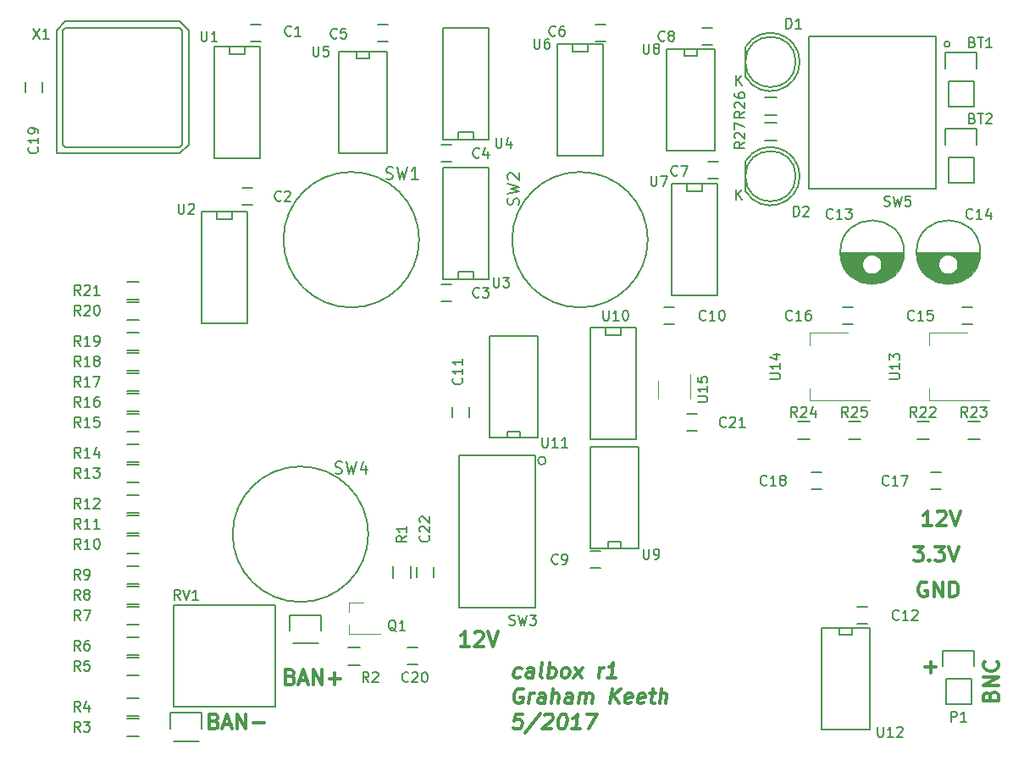
<source format=gbr>
G04 #@! TF.FileFunction,Legend,Top*
%FSLAX46Y46*%
G04 Gerber Fmt 4.6, Leading zero omitted, Abs format (unit mm)*
G04 Created by KiCad (PCBNEW 4.0.5) date Monday, May 22, 2017 'PMt' 09:55:20 PM*
%MOMM*%
%LPD*%
G01*
G04 APERTURE LIST*
%ADD10C,0.100000*%
%ADD11C,0.300000*%
%ADD12C,0.150000*%
%ADD13C,0.120000*%
G04 APERTURE END LIST*
D10*
D11*
X118492857Y-152997143D02*
X118341072Y-153068571D01*
X118055358Y-153068571D01*
X117921428Y-152997143D01*
X117858929Y-152925714D01*
X117805357Y-152782857D01*
X117858928Y-152354286D01*
X117948214Y-152211429D01*
X118028571Y-152140000D01*
X118180358Y-152068571D01*
X118466072Y-152068571D01*
X118600000Y-152140000D01*
X119769643Y-153068571D02*
X119867857Y-152282857D01*
X119814285Y-152140000D01*
X119680357Y-152068571D01*
X119394643Y-152068571D01*
X119242857Y-152140000D01*
X119778571Y-152997143D02*
X119626786Y-153068571D01*
X119269643Y-153068571D01*
X119135714Y-152997143D01*
X119082142Y-152854286D01*
X119099999Y-152711429D01*
X119189286Y-152568571D01*
X119341071Y-152497143D01*
X119698214Y-152497143D01*
X119850000Y-152425714D01*
X120698215Y-153068571D02*
X120564285Y-152997143D01*
X120510714Y-152854286D01*
X120671429Y-151568571D01*
X121269643Y-153068571D02*
X121457143Y-151568571D01*
X121385714Y-152140000D02*
X121537500Y-152068571D01*
X121823214Y-152068571D01*
X121957142Y-152140000D01*
X122019642Y-152211429D01*
X122073214Y-152354286D01*
X122019643Y-152782857D01*
X121930357Y-152925714D01*
X121849999Y-152997143D01*
X121698214Y-153068571D01*
X121412500Y-153068571D01*
X121278571Y-152997143D01*
X122841072Y-153068571D02*
X122707142Y-152997143D01*
X122644643Y-152925714D01*
X122591071Y-152782857D01*
X122644642Y-152354286D01*
X122733928Y-152211429D01*
X122814285Y-152140000D01*
X122966072Y-152068571D01*
X123180357Y-152068571D01*
X123314285Y-152140000D01*
X123376785Y-152211429D01*
X123430357Y-152354286D01*
X123376786Y-152782857D01*
X123287500Y-152925714D01*
X123207142Y-152997143D01*
X123055357Y-153068571D01*
X122841072Y-153068571D01*
X123841072Y-153068571D02*
X124751786Y-152068571D01*
X123966072Y-152068571D02*
X124626786Y-153068571D01*
X126341072Y-153068571D02*
X126466072Y-152068571D01*
X126430357Y-152354286D02*
X126519642Y-152211429D01*
X126600000Y-152140000D01*
X126751786Y-152068571D01*
X126894643Y-152068571D01*
X128055357Y-153068571D02*
X127198214Y-153068571D01*
X127626786Y-153068571D02*
X127814286Y-151568571D01*
X127644643Y-151782857D01*
X127483928Y-151925714D01*
X127332142Y-151997143D01*
X118805357Y-154190000D02*
X118671429Y-154118571D01*
X118457143Y-154118571D01*
X118233929Y-154190000D01*
X118073214Y-154332857D01*
X117983929Y-154475714D01*
X117876785Y-154761429D01*
X117850000Y-154975714D01*
X117885714Y-155261429D01*
X117939285Y-155404286D01*
X118064286Y-155547143D01*
X118269643Y-155618571D01*
X118412500Y-155618571D01*
X118635714Y-155547143D01*
X118716072Y-155475714D01*
X118778572Y-154975714D01*
X118492857Y-154975714D01*
X119341072Y-155618571D02*
X119466072Y-154618571D01*
X119430357Y-154904286D02*
X119519642Y-154761429D01*
X119600000Y-154690000D01*
X119751786Y-154618571D01*
X119894643Y-154618571D01*
X120912500Y-155618571D02*
X121010714Y-154832857D01*
X120957142Y-154690000D01*
X120823214Y-154618571D01*
X120537500Y-154618571D01*
X120385714Y-154690000D01*
X120921428Y-155547143D02*
X120769643Y-155618571D01*
X120412500Y-155618571D01*
X120278571Y-155547143D01*
X120224999Y-155404286D01*
X120242856Y-155261429D01*
X120332143Y-155118571D01*
X120483928Y-155047143D01*
X120841071Y-155047143D01*
X120992857Y-154975714D01*
X121626786Y-155618571D02*
X121814286Y-154118571D01*
X122269643Y-155618571D02*
X122367857Y-154832857D01*
X122314285Y-154690000D01*
X122180357Y-154618571D01*
X121966072Y-154618571D01*
X121814285Y-154690000D01*
X121733928Y-154761429D01*
X123626786Y-155618571D02*
X123725000Y-154832857D01*
X123671428Y-154690000D01*
X123537500Y-154618571D01*
X123251786Y-154618571D01*
X123100000Y-154690000D01*
X123635714Y-155547143D02*
X123483929Y-155618571D01*
X123126786Y-155618571D01*
X122992857Y-155547143D01*
X122939285Y-155404286D01*
X122957142Y-155261429D01*
X123046429Y-155118571D01*
X123198214Y-155047143D01*
X123555357Y-155047143D01*
X123707143Y-154975714D01*
X124341072Y-155618571D02*
X124466072Y-154618571D01*
X124448214Y-154761429D02*
X124528571Y-154690000D01*
X124680358Y-154618571D01*
X124894643Y-154618571D01*
X125028571Y-154690000D01*
X125082143Y-154832857D01*
X124983929Y-155618571D01*
X125082143Y-154832857D02*
X125171429Y-154690000D01*
X125323215Y-154618571D01*
X125537500Y-154618571D01*
X125671429Y-154690000D01*
X125725000Y-154832857D01*
X125626786Y-155618571D01*
X127483929Y-155618571D02*
X127671429Y-154118571D01*
X128341072Y-155618571D02*
X127805357Y-154761429D01*
X128528572Y-154118571D02*
X127564286Y-154975714D01*
X129564285Y-155547143D02*
X129412500Y-155618571D01*
X129126786Y-155618571D01*
X128992857Y-155547143D01*
X128939285Y-155404286D01*
X129010714Y-154832857D01*
X129100000Y-154690000D01*
X129251786Y-154618571D01*
X129537500Y-154618571D01*
X129671428Y-154690000D01*
X129725000Y-154832857D01*
X129707143Y-154975714D01*
X128975000Y-155118571D01*
X130849999Y-155547143D02*
X130698214Y-155618571D01*
X130412500Y-155618571D01*
X130278571Y-155547143D01*
X130224999Y-155404286D01*
X130296428Y-154832857D01*
X130385714Y-154690000D01*
X130537500Y-154618571D01*
X130823214Y-154618571D01*
X130957142Y-154690000D01*
X131010714Y-154832857D01*
X130992857Y-154975714D01*
X130260714Y-155118571D01*
X131466071Y-154618571D02*
X132037500Y-154618571D01*
X131742857Y-154118571D02*
X131582142Y-155404286D01*
X131635713Y-155547143D01*
X131769643Y-155618571D01*
X131912500Y-155618571D01*
X132412500Y-155618571D02*
X132600000Y-154118571D01*
X133055357Y-155618571D02*
X133153571Y-154832857D01*
X133099999Y-154690000D01*
X132966071Y-154618571D01*
X132751786Y-154618571D01*
X132599999Y-154690000D01*
X132519642Y-154761429D01*
X118742858Y-156668571D02*
X118028572Y-156668571D01*
X117867857Y-157382857D01*
X117948214Y-157311429D01*
X118100000Y-157240000D01*
X118457143Y-157240000D01*
X118591071Y-157311429D01*
X118653572Y-157382857D01*
X118707143Y-157525714D01*
X118662500Y-157882857D01*
X118573215Y-158025714D01*
X118492857Y-158097143D01*
X118341072Y-158168571D01*
X117983929Y-158168571D01*
X117850000Y-158097143D01*
X117787500Y-158025714D01*
X120537499Y-156597143D02*
X119010714Y-158525714D01*
X120939285Y-156811429D02*
X121019643Y-156740000D01*
X121171429Y-156668571D01*
X121528572Y-156668571D01*
X121662500Y-156740000D01*
X121725000Y-156811429D01*
X121778571Y-156954286D01*
X121760714Y-157097143D01*
X121662500Y-157311429D01*
X120698215Y-158168571D01*
X121626786Y-158168571D01*
X122742857Y-156668571D02*
X122885714Y-156668571D01*
X123019642Y-156740000D01*
X123082142Y-156811429D01*
X123135714Y-156954286D01*
X123171428Y-157240000D01*
X123126785Y-157597143D01*
X123019643Y-157882857D01*
X122930357Y-158025714D01*
X122849999Y-158097143D01*
X122698214Y-158168571D01*
X122555357Y-158168571D01*
X122421428Y-158097143D01*
X122358928Y-158025714D01*
X122305357Y-157882857D01*
X122269642Y-157597143D01*
X122314285Y-157240000D01*
X122421428Y-156954286D01*
X122510713Y-156811429D01*
X122591071Y-156740000D01*
X122742857Y-156668571D01*
X124483928Y-158168571D02*
X123626785Y-158168571D01*
X124055357Y-158168571D02*
X124242857Y-156668571D01*
X124073214Y-156882857D01*
X123912499Y-157025714D01*
X123760713Y-157097143D01*
X125171428Y-156668571D02*
X126171428Y-156668571D01*
X125341071Y-158168571D01*
X87920000Y-157372857D02*
X88134286Y-157444286D01*
X88205714Y-157515714D01*
X88277143Y-157658571D01*
X88277143Y-157872857D01*
X88205714Y-158015714D01*
X88134286Y-158087143D01*
X87991428Y-158158571D01*
X87420000Y-158158571D01*
X87420000Y-156658571D01*
X87920000Y-156658571D01*
X88062857Y-156730000D01*
X88134286Y-156801429D01*
X88205714Y-156944286D01*
X88205714Y-157087143D01*
X88134286Y-157230000D01*
X88062857Y-157301429D01*
X87920000Y-157372857D01*
X87420000Y-157372857D01*
X88848571Y-157730000D02*
X89562857Y-157730000D01*
X88705714Y-158158571D02*
X89205714Y-156658571D01*
X89705714Y-158158571D01*
X90205714Y-158158571D02*
X90205714Y-156658571D01*
X91062857Y-158158571D01*
X91062857Y-156658571D01*
X91777143Y-157587143D02*
X92920000Y-157587143D01*
X113371429Y-149903571D02*
X112514286Y-149903571D01*
X112942858Y-149903571D02*
X112942858Y-148403571D01*
X112800001Y-148617857D01*
X112657143Y-148760714D01*
X112514286Y-148832143D01*
X113942857Y-148546429D02*
X114014286Y-148475000D01*
X114157143Y-148403571D01*
X114514286Y-148403571D01*
X114657143Y-148475000D01*
X114728572Y-148546429D01*
X114800000Y-148689286D01*
X114800000Y-148832143D01*
X114728572Y-149046429D01*
X113871429Y-149903571D01*
X114800000Y-149903571D01*
X115228571Y-148403571D02*
X115728571Y-149903571D01*
X116228571Y-148403571D01*
X95540000Y-152927857D02*
X95754286Y-152999286D01*
X95825714Y-153070714D01*
X95897143Y-153213571D01*
X95897143Y-153427857D01*
X95825714Y-153570714D01*
X95754286Y-153642143D01*
X95611428Y-153713571D01*
X95040000Y-153713571D01*
X95040000Y-152213571D01*
X95540000Y-152213571D01*
X95682857Y-152285000D01*
X95754286Y-152356429D01*
X95825714Y-152499286D01*
X95825714Y-152642143D01*
X95754286Y-152785000D01*
X95682857Y-152856429D01*
X95540000Y-152927857D01*
X95040000Y-152927857D01*
X96468571Y-153285000D02*
X97182857Y-153285000D01*
X96325714Y-153713571D02*
X96825714Y-152213571D01*
X97325714Y-153713571D01*
X97825714Y-153713571D02*
X97825714Y-152213571D01*
X98682857Y-153713571D01*
X98682857Y-152213571D01*
X99397143Y-153142143D02*
X100540000Y-153142143D01*
X99968571Y-153713571D02*
X99968571Y-152570714D01*
X165500857Y-154844571D02*
X165572286Y-154630285D01*
X165643714Y-154558857D01*
X165786571Y-154487428D01*
X166000857Y-154487428D01*
X166143714Y-154558857D01*
X166215143Y-154630285D01*
X166286571Y-154773143D01*
X166286571Y-155344571D01*
X164786571Y-155344571D01*
X164786571Y-154844571D01*
X164858000Y-154701714D01*
X164929429Y-154630285D01*
X165072286Y-154558857D01*
X165215143Y-154558857D01*
X165358000Y-154630285D01*
X165429429Y-154701714D01*
X165500857Y-154844571D01*
X165500857Y-155344571D01*
X166286571Y-153844571D02*
X164786571Y-153844571D01*
X166286571Y-152987428D01*
X164786571Y-152987428D01*
X166143714Y-151415999D02*
X166215143Y-151487428D01*
X166286571Y-151701714D01*
X166286571Y-151844571D01*
X166215143Y-152058856D01*
X166072286Y-152201714D01*
X165929429Y-152273142D01*
X165643714Y-152344571D01*
X165429429Y-152344571D01*
X165143714Y-152273142D01*
X165000857Y-152201714D01*
X164858000Y-152058856D01*
X164786571Y-151844571D01*
X164786571Y-151701714D01*
X164858000Y-151487428D01*
X164929429Y-151415999D01*
X159131143Y-143522000D02*
X158988286Y-143450571D01*
X158774000Y-143450571D01*
X158559715Y-143522000D01*
X158416857Y-143664857D01*
X158345429Y-143807714D01*
X158274000Y-144093429D01*
X158274000Y-144307714D01*
X158345429Y-144593429D01*
X158416857Y-144736286D01*
X158559715Y-144879143D01*
X158774000Y-144950571D01*
X158916857Y-144950571D01*
X159131143Y-144879143D01*
X159202572Y-144807714D01*
X159202572Y-144307714D01*
X158916857Y-144307714D01*
X159845429Y-144950571D02*
X159845429Y-143450571D01*
X160702572Y-144950571D01*
X160702572Y-143450571D01*
X161416858Y-144950571D02*
X161416858Y-143450571D01*
X161774001Y-143450571D01*
X161988286Y-143522000D01*
X162131144Y-143664857D01*
X162202572Y-143807714D01*
X162274001Y-144093429D01*
X162274001Y-144307714D01*
X162202572Y-144593429D01*
X162131144Y-144736286D01*
X161988286Y-144879143D01*
X161774001Y-144950571D01*
X161416858Y-144950571D01*
X157805715Y-139894571D02*
X158734286Y-139894571D01*
X158234286Y-140466000D01*
X158448572Y-140466000D01*
X158591429Y-140537429D01*
X158662858Y-140608857D01*
X158734286Y-140751714D01*
X158734286Y-141108857D01*
X158662858Y-141251714D01*
X158591429Y-141323143D01*
X158448572Y-141394571D01*
X158020000Y-141394571D01*
X157877143Y-141323143D01*
X157805715Y-141251714D01*
X159377143Y-141251714D02*
X159448571Y-141323143D01*
X159377143Y-141394571D01*
X159305714Y-141323143D01*
X159377143Y-141251714D01*
X159377143Y-141394571D01*
X159948572Y-139894571D02*
X160877143Y-139894571D01*
X160377143Y-140466000D01*
X160591429Y-140466000D01*
X160734286Y-140537429D01*
X160805715Y-140608857D01*
X160877143Y-140751714D01*
X160877143Y-141108857D01*
X160805715Y-141251714D01*
X160734286Y-141323143D01*
X160591429Y-141394571D01*
X160162857Y-141394571D01*
X160020000Y-141323143D01*
X159948572Y-141251714D01*
X161305714Y-139894571D02*
X161805714Y-141394571D01*
X162305714Y-139894571D01*
X159599429Y-137838571D02*
X158742286Y-137838571D01*
X159170858Y-137838571D02*
X159170858Y-136338571D01*
X159028001Y-136552857D01*
X158885143Y-136695714D01*
X158742286Y-136767143D01*
X160170857Y-136481429D02*
X160242286Y-136410000D01*
X160385143Y-136338571D01*
X160742286Y-136338571D01*
X160885143Y-136410000D01*
X160956572Y-136481429D01*
X161028000Y-136624286D01*
X161028000Y-136767143D01*
X160956572Y-136981429D01*
X160099429Y-137838571D01*
X161028000Y-137838571D01*
X161456571Y-136338571D02*
X161956571Y-137838571D01*
X162456571Y-136338571D01*
X158940572Y-151999143D02*
X160083429Y-151999143D01*
X159512000Y-152570571D02*
X159512000Y-151427714D01*
D12*
X93980000Y-145796000D02*
X93980000Y-155956000D01*
X93980000Y-155956000D02*
X83820000Y-155956000D01*
X83820000Y-155956000D02*
X83820000Y-148336000D01*
X83820000Y-148336000D02*
X83820000Y-145796000D01*
X83820000Y-145796000D02*
X93980000Y-145796000D01*
X80356000Y-117207000D02*
X79156000Y-117207000D01*
X79156000Y-115457000D02*
X80356000Y-115457000D01*
X79156000Y-118505000D02*
X80356000Y-118505000D01*
X80356000Y-120255000D02*
X79156000Y-120255000D01*
X80356000Y-122287000D02*
X79156000Y-122287000D01*
X79156000Y-120537000D02*
X80356000Y-120537000D01*
X80356000Y-128383000D02*
X79156000Y-128383000D01*
X79156000Y-126633000D02*
X80356000Y-126633000D01*
X79156000Y-136793000D02*
X80356000Y-136793000D01*
X80356000Y-138543000D02*
X79156000Y-138543000D01*
X80356000Y-147687000D02*
X79156000Y-147687000D01*
X79156000Y-145937000D02*
X80356000Y-145937000D01*
X79156000Y-157113000D02*
X80356000Y-157113000D01*
X80356000Y-158863000D02*
X79156000Y-158863000D01*
X108196000Y-150026000D02*
X107196000Y-150026000D01*
X107196000Y-151726000D02*
X108196000Y-151726000D01*
X164439000Y-110545000D02*
X158141000Y-110545000D01*
X164433000Y-110685000D02*
X158147000Y-110685000D01*
X164420000Y-110825000D02*
X161736000Y-110825000D01*
X160844000Y-110825000D02*
X158160000Y-110825000D01*
X164401000Y-110965000D02*
X161946000Y-110965000D01*
X160634000Y-110965000D02*
X158179000Y-110965000D01*
X164375000Y-111105000D02*
X162079000Y-111105000D01*
X160501000Y-111105000D02*
X158205000Y-111105000D01*
X164343000Y-111245000D02*
X162170000Y-111245000D01*
X160410000Y-111245000D02*
X158237000Y-111245000D01*
X164304000Y-111385000D02*
X162232000Y-111385000D01*
X160348000Y-111385000D02*
X158276000Y-111385000D01*
X164258000Y-111525000D02*
X162271000Y-111525000D01*
X160309000Y-111525000D02*
X158322000Y-111525000D01*
X164205000Y-111665000D02*
X162288000Y-111665000D01*
X160292000Y-111665000D02*
X158375000Y-111665000D01*
X164143000Y-111805000D02*
X162286000Y-111805000D01*
X160294000Y-111805000D02*
X158437000Y-111805000D01*
X164073000Y-111945000D02*
X162264000Y-111945000D01*
X160316000Y-111945000D02*
X158507000Y-111945000D01*
X163994000Y-112085000D02*
X162221000Y-112085000D01*
X160359000Y-112085000D02*
X158586000Y-112085000D01*
X163906000Y-112225000D02*
X162153000Y-112225000D01*
X160427000Y-112225000D02*
X158674000Y-112225000D01*
X163806000Y-112365000D02*
X162054000Y-112365000D01*
X160526000Y-112365000D02*
X158774000Y-112365000D01*
X163694000Y-112505000D02*
X161909000Y-112505000D01*
X160671000Y-112505000D02*
X158886000Y-112505000D01*
X163569000Y-112645000D02*
X161670000Y-112645000D01*
X160910000Y-112645000D02*
X159011000Y-112645000D01*
X163426000Y-112785000D02*
X159154000Y-112785000D01*
X163264000Y-112925000D02*
X159316000Y-112925000D01*
X163076000Y-113065000D02*
X159504000Y-113065000D01*
X162853000Y-113205000D02*
X159727000Y-113205000D01*
X162577000Y-113345000D02*
X160003000Y-113345000D01*
X162202000Y-113485000D02*
X160378000Y-113485000D01*
X162290000Y-111720000D02*
G75*
G03X162290000Y-111720000I-1000000J0D01*
G01*
X164477500Y-110470000D02*
G75*
G03X164477500Y-110470000I-3187500J0D01*
G01*
X70700000Y-94480000D02*
X70700000Y-93480000D01*
X69000000Y-93480000D02*
X69000000Y-94480000D01*
X148582000Y-132500000D02*
X147582000Y-132500000D01*
X147582000Y-134200000D02*
X148582000Y-134200000D01*
X160520000Y-132500000D02*
X159520000Y-132500000D01*
X159520000Y-134200000D02*
X160520000Y-134200000D01*
X150757000Y-117690000D02*
X151757000Y-117690000D01*
X151757000Y-115990000D02*
X150757000Y-115990000D01*
X162695000Y-117690000D02*
X163695000Y-117690000D01*
X163695000Y-115990000D02*
X162695000Y-115990000D01*
X152154000Y-147662000D02*
X153154000Y-147662000D01*
X153154000Y-145962000D02*
X152154000Y-145962000D01*
X111672000Y-125992000D02*
X111672000Y-126992000D01*
X113372000Y-126992000D02*
X113372000Y-125992000D01*
X133850000Y-115990000D02*
X132850000Y-115990000D01*
X132850000Y-117690000D02*
X133850000Y-117690000D01*
X126484000Y-140374000D02*
X125484000Y-140374000D01*
X125484000Y-142074000D02*
X126484000Y-142074000D01*
X136660000Y-89750000D02*
X137660000Y-89750000D01*
X137660000Y-88050000D02*
X136660000Y-88050000D01*
X137295000Y-103085000D02*
X138295000Y-103085000D01*
X138295000Y-101385000D02*
X137295000Y-101385000D01*
X125992000Y-89369000D02*
X126992000Y-89369000D01*
X126992000Y-87669000D02*
X125992000Y-87669000D01*
X104275000Y-89369000D02*
X105275000Y-89369000D01*
X105275000Y-87669000D02*
X104275000Y-87669000D01*
X111625000Y-99734000D02*
X110625000Y-99734000D01*
X110625000Y-101434000D02*
X111625000Y-101434000D01*
X111625000Y-113704000D02*
X110625000Y-113704000D01*
X110625000Y-115404000D02*
X111625000Y-115404000D01*
X90686000Y-105752000D02*
X91686000Y-105752000D01*
X91686000Y-104052000D02*
X90686000Y-104052000D01*
X91575000Y-89369000D02*
X92575000Y-89369000D01*
X92575000Y-87669000D02*
X91575000Y-87669000D01*
X86640000Y-156565000D02*
X86640000Y-158115000D01*
X83540000Y-158115000D02*
X83540000Y-156565000D01*
X83540000Y-156565000D02*
X86640000Y-156565000D01*
X83820000Y-159385000D02*
X86360000Y-159385000D01*
X98578000Y-146786000D02*
X98578000Y-148336000D01*
X95478000Y-148336000D02*
X95478000Y-146786000D01*
X95478000Y-146786000D02*
X98578000Y-146786000D01*
X95758000Y-149606000D02*
X98298000Y-149606000D01*
X163576000Y-153162000D02*
X163576000Y-155702000D01*
X163856000Y-150342000D02*
X163856000Y-151892000D01*
X163576000Y-153162000D02*
X161036000Y-153162000D01*
X160756000Y-151892000D02*
X160756000Y-150342000D01*
X160756000Y-150342000D02*
X163856000Y-150342000D01*
X161036000Y-153162000D02*
X161036000Y-155702000D01*
X161036000Y-155702000D02*
X163576000Y-155702000D01*
X73025000Y-88011000D02*
X72771000Y-88265000D01*
X72771000Y-88265000D02*
X72771000Y-99695000D01*
X72771000Y-99695000D02*
X73025000Y-99949000D01*
X73025000Y-99949000D02*
X84455000Y-99949000D01*
X84455000Y-99949000D02*
X84709000Y-99695000D01*
X84709000Y-99695000D02*
X84709000Y-88265000D01*
X84709000Y-88265000D02*
X84455000Y-88011000D01*
X84455000Y-88011000D02*
X73025000Y-88011000D01*
X73025000Y-87376000D02*
X72136000Y-88265000D01*
X72136000Y-88265000D02*
X72136000Y-100584000D01*
X72136000Y-100584000D02*
X84455000Y-100584000D01*
X84455000Y-100584000D02*
X85344000Y-99695000D01*
X85344000Y-99695000D02*
X85344000Y-88265000D01*
X85344000Y-88265000D02*
X84455000Y-87376000D01*
X84455000Y-87376000D02*
X73025000Y-87376000D01*
D13*
X147442000Y-118510000D02*
X147442000Y-119770000D01*
X147442000Y-125330000D02*
X147442000Y-124070000D01*
X151202000Y-118510000D02*
X147442000Y-118510000D01*
X153452000Y-125330000D02*
X147442000Y-125330000D01*
X159380000Y-118510000D02*
X159380000Y-119770000D01*
X159380000Y-125330000D02*
X159380000Y-124070000D01*
X163140000Y-118510000D02*
X159380000Y-118510000D01*
X165390000Y-125330000D02*
X159380000Y-125330000D01*
D12*
X153416000Y-158242000D02*
X148590000Y-158242000D01*
X148590000Y-158242000D02*
X148590000Y-148082000D01*
X148590000Y-148082000D02*
X153416000Y-148082000D01*
X153416000Y-148082000D02*
X153416000Y-158242000D01*
X151638000Y-148082000D02*
X151638000Y-148717000D01*
X151638000Y-148717000D02*
X150368000Y-148717000D01*
X150368000Y-148717000D02*
X150368000Y-148082000D01*
X115443000Y-118872000D02*
X120269000Y-118872000D01*
X120269000Y-118872000D02*
X120269000Y-129032000D01*
X120269000Y-129032000D02*
X115443000Y-129032000D01*
X115443000Y-129032000D02*
X115443000Y-118872000D01*
X117221000Y-129032000D02*
X117221000Y-128397000D01*
X117221000Y-128397000D02*
X118491000Y-128397000D01*
X118491000Y-128397000D02*
X118491000Y-129032000D01*
X128524000Y-117983000D02*
X128524000Y-118745000D01*
X128524000Y-118745000D02*
X127000000Y-118745000D01*
X127000000Y-118745000D02*
X127000000Y-117983000D01*
X130048000Y-129159000D02*
X125476000Y-129159000D01*
X125476000Y-129159000D02*
X125476000Y-117983000D01*
X125476000Y-117983000D02*
X130048000Y-117983000D01*
X130048000Y-117983000D02*
X130048000Y-129159000D01*
X125476000Y-129921000D02*
X130302000Y-129921000D01*
X130302000Y-129921000D02*
X130302000Y-140081000D01*
X130302000Y-140081000D02*
X125476000Y-140081000D01*
X125476000Y-140081000D02*
X125476000Y-129921000D01*
X127254000Y-140081000D02*
X127254000Y-139446000D01*
X127254000Y-139446000D02*
X128524000Y-139446000D01*
X128524000Y-139446000D02*
X128524000Y-140081000D01*
X137922000Y-100330000D02*
X133096000Y-100330000D01*
X133096000Y-100330000D02*
X133096000Y-90170000D01*
X133096000Y-90170000D02*
X137922000Y-90170000D01*
X137922000Y-90170000D02*
X137922000Y-100330000D01*
X136144000Y-90170000D02*
X136144000Y-90805000D01*
X136144000Y-90805000D02*
X134874000Y-90805000D01*
X134874000Y-90805000D02*
X134874000Y-90170000D01*
X125222000Y-89662000D02*
X125222000Y-90424000D01*
X125222000Y-90424000D02*
X123698000Y-90424000D01*
X123698000Y-90424000D02*
X123698000Y-89662000D01*
X126746000Y-100838000D02*
X122174000Y-100838000D01*
X122174000Y-100838000D02*
X122174000Y-89662000D01*
X122174000Y-89662000D02*
X126746000Y-89662000D01*
X126746000Y-89662000D02*
X126746000Y-100838000D01*
X105156000Y-100584000D02*
X100330000Y-100584000D01*
X100330000Y-100584000D02*
X100330000Y-90424000D01*
X100330000Y-90424000D02*
X105156000Y-90424000D01*
X105156000Y-90424000D02*
X105156000Y-100584000D01*
X103378000Y-90424000D02*
X103378000Y-91059000D01*
X103378000Y-91059000D02*
X102108000Y-91059000D01*
X102108000Y-91059000D02*
X102108000Y-90424000D01*
X112268000Y-99187000D02*
X112268000Y-98425000D01*
X112268000Y-98425000D02*
X113792000Y-98425000D01*
X113792000Y-98425000D02*
X113792000Y-99187000D01*
X110744000Y-88011000D02*
X115316000Y-88011000D01*
X115316000Y-88011000D02*
X115316000Y-99187000D01*
X115316000Y-99187000D02*
X110744000Y-99187000D01*
X110744000Y-99187000D02*
X110744000Y-88011000D01*
X112268000Y-113157000D02*
X112268000Y-112395000D01*
X112268000Y-112395000D02*
X113792000Y-112395000D01*
X113792000Y-112395000D02*
X113792000Y-113157000D01*
X110744000Y-101981000D02*
X115316000Y-101981000D01*
X115316000Y-101981000D02*
X115316000Y-113157000D01*
X115316000Y-113157000D02*
X110744000Y-113157000D01*
X110744000Y-113157000D02*
X110744000Y-101981000D01*
X89662000Y-106426000D02*
X89662000Y-107188000D01*
X89662000Y-107188000D02*
X88138000Y-107188000D01*
X88138000Y-107188000D02*
X88138000Y-106426000D01*
X91186000Y-117602000D02*
X86614000Y-117602000D01*
X86614000Y-117602000D02*
X86614000Y-106426000D01*
X86614000Y-106426000D02*
X91186000Y-106426000D01*
X91186000Y-106426000D02*
X91186000Y-117602000D01*
X90932000Y-89916000D02*
X90932000Y-90678000D01*
X90932000Y-90678000D02*
X89408000Y-90678000D01*
X89408000Y-90678000D02*
X89408000Y-89916000D01*
X92456000Y-101092000D02*
X87884000Y-101092000D01*
X87884000Y-101092000D02*
X87884000Y-89916000D01*
X87884000Y-89916000D02*
X92456000Y-89916000D01*
X92456000Y-89916000D02*
X92456000Y-101092000D01*
X144110000Y-99300000D02*
X142910000Y-99300000D01*
X142910000Y-97550000D02*
X144110000Y-97550000D01*
X144110000Y-96760000D02*
X142910000Y-96760000D01*
X142910000Y-95010000D02*
X144110000Y-95010000D01*
X152492000Y-129145000D02*
X151292000Y-129145000D01*
X151292000Y-127395000D02*
X152492000Y-127395000D01*
X147412000Y-129145000D02*
X146212000Y-129145000D01*
X146212000Y-127395000D02*
X147412000Y-127395000D01*
X164430000Y-129145000D02*
X163230000Y-129145000D01*
X163230000Y-127395000D02*
X164430000Y-127395000D01*
X159350000Y-129145000D02*
X158150000Y-129145000D01*
X158150000Y-127395000D02*
X159350000Y-127395000D01*
X79156000Y-113425000D02*
X80356000Y-113425000D01*
X80356000Y-115175000D02*
X79156000Y-115175000D01*
X79156000Y-122569000D02*
X80356000Y-122569000D01*
X80356000Y-124319000D02*
X79156000Y-124319000D01*
X80356000Y-126351000D02*
X79156000Y-126351000D01*
X79156000Y-124601000D02*
X80356000Y-124601000D01*
X79156000Y-129681000D02*
X80356000Y-129681000D01*
X80356000Y-131431000D02*
X79156000Y-131431000D01*
X80356000Y-133463000D02*
X79156000Y-133463000D01*
X79156000Y-131713000D02*
X80356000Y-131713000D01*
X79156000Y-134761000D02*
X80356000Y-134761000D01*
X80356000Y-136511000D02*
X79156000Y-136511000D01*
X80356000Y-140575000D02*
X79156000Y-140575000D01*
X79156000Y-138825000D02*
X80356000Y-138825000D01*
X79156000Y-141873000D02*
X80356000Y-141873000D01*
X80356000Y-143623000D02*
X79156000Y-143623000D01*
X80356000Y-145655000D02*
X79156000Y-145655000D01*
X79156000Y-143905000D02*
X80356000Y-143905000D01*
X79156000Y-148985000D02*
X80356000Y-148985000D01*
X80356000Y-150735000D02*
X79156000Y-150735000D01*
X80356000Y-152767000D02*
X79156000Y-152767000D01*
X79156000Y-151017000D02*
X80356000Y-151017000D01*
X79156000Y-155081000D02*
X80356000Y-155081000D01*
X80356000Y-156831000D02*
X79156000Y-156831000D01*
X101254000Y-150001000D02*
X102454000Y-150001000D01*
X102454000Y-151751000D02*
X101254000Y-151751000D01*
X107555000Y-141894000D02*
X107555000Y-143094000D01*
X105805000Y-143094000D02*
X105805000Y-141894000D01*
D13*
X101348000Y-145486000D02*
X101348000Y-146416000D01*
X101348000Y-148646000D02*
X101348000Y-147716000D01*
X101348000Y-148646000D02*
X104508000Y-148646000D01*
X101348000Y-145486000D02*
X102808000Y-145486000D01*
D12*
X141025112Y-104394904D02*
G75*
G03X141010000Y-101370000I2484888J1524904D01*
G01*
X141010000Y-104370000D02*
X141010000Y-101370000D01*
X146027936Y-102870000D02*
G75*
G03X146027936Y-102870000I-2517936J0D01*
G01*
X141025112Y-92964904D02*
G75*
G03X141010000Y-89940000I2484888J1524904D01*
G01*
X141010000Y-92940000D02*
X141010000Y-89940000D01*
X146027936Y-91440000D02*
G75*
G03X146027936Y-91440000I-2517936J0D01*
G01*
X156819000Y-110545000D02*
X150521000Y-110545000D01*
X156813000Y-110685000D02*
X150527000Y-110685000D01*
X156800000Y-110825000D02*
X154116000Y-110825000D01*
X153224000Y-110825000D02*
X150540000Y-110825000D01*
X156781000Y-110965000D02*
X154326000Y-110965000D01*
X153014000Y-110965000D02*
X150559000Y-110965000D01*
X156755000Y-111105000D02*
X154459000Y-111105000D01*
X152881000Y-111105000D02*
X150585000Y-111105000D01*
X156723000Y-111245000D02*
X154550000Y-111245000D01*
X152790000Y-111245000D02*
X150617000Y-111245000D01*
X156684000Y-111385000D02*
X154612000Y-111385000D01*
X152728000Y-111385000D02*
X150656000Y-111385000D01*
X156638000Y-111525000D02*
X154651000Y-111525000D01*
X152689000Y-111525000D02*
X150702000Y-111525000D01*
X156585000Y-111665000D02*
X154668000Y-111665000D01*
X152672000Y-111665000D02*
X150755000Y-111665000D01*
X156523000Y-111805000D02*
X154666000Y-111805000D01*
X152674000Y-111805000D02*
X150817000Y-111805000D01*
X156453000Y-111945000D02*
X154644000Y-111945000D01*
X152696000Y-111945000D02*
X150887000Y-111945000D01*
X156374000Y-112085000D02*
X154601000Y-112085000D01*
X152739000Y-112085000D02*
X150966000Y-112085000D01*
X156286000Y-112225000D02*
X154533000Y-112225000D01*
X152807000Y-112225000D02*
X151054000Y-112225000D01*
X156186000Y-112365000D02*
X154434000Y-112365000D01*
X152906000Y-112365000D02*
X151154000Y-112365000D01*
X156074000Y-112505000D02*
X154289000Y-112505000D01*
X153051000Y-112505000D02*
X151266000Y-112505000D01*
X155949000Y-112645000D02*
X154050000Y-112645000D01*
X153290000Y-112645000D02*
X151391000Y-112645000D01*
X155806000Y-112785000D02*
X151534000Y-112785000D01*
X155644000Y-112925000D02*
X151696000Y-112925000D01*
X155456000Y-113065000D02*
X151884000Y-113065000D01*
X155233000Y-113205000D02*
X152107000Y-113205000D01*
X154957000Y-113345000D02*
X152383000Y-113345000D01*
X154582000Y-113485000D02*
X152758000Y-113485000D01*
X154670000Y-111720000D02*
G75*
G03X154670000Y-111720000I-1000000J0D01*
G01*
X156857500Y-110470000D02*
G75*
G03X156857500Y-110470000I-3187500J0D01*
G01*
X136652000Y-103632000D02*
X136652000Y-104394000D01*
X136652000Y-104394000D02*
X135128000Y-104394000D01*
X135128000Y-104394000D02*
X135128000Y-103632000D01*
X138176000Y-114808000D02*
X133604000Y-114808000D01*
X133604000Y-114808000D02*
X133604000Y-103632000D01*
X133604000Y-103632000D02*
X138176000Y-103632000D01*
X138176000Y-103632000D02*
X138176000Y-114808000D01*
X103299400Y-138684000D02*
G75*
G03X103299400Y-138684000I-6779400J0D01*
G01*
X108379400Y-109220000D02*
G75*
G03X108379400Y-109220000I-6779400J0D01*
G01*
X131239400Y-109220000D02*
G75*
G03X131239400Y-109220000I-6779400J0D01*
G01*
X161446981Y-89662000D02*
G75*
G03X161446981Y-89662000I-283981J0D01*
G01*
X160020000Y-88900000D02*
X147320000Y-88900000D01*
X160020000Y-88900000D02*
X160020000Y-104140000D01*
X160020000Y-104140000D02*
X147320000Y-104140000D01*
X147320000Y-104140000D02*
X147320000Y-88900000D01*
X121051609Y-131318000D02*
G75*
G03X121051609Y-131318000I-401609J0D01*
G01*
X112395000Y-130810000D02*
X120015000Y-130810000D01*
X112395000Y-146050000D02*
X112395000Y-130810000D01*
X120015000Y-130810000D02*
X120015000Y-146050000D01*
X120015000Y-146050000D02*
X112395000Y-146050000D01*
X136136000Y-126658000D02*
X135136000Y-126658000D01*
X135136000Y-128358000D02*
X136136000Y-128358000D01*
D13*
X132248000Y-123306000D02*
X132248000Y-125106000D01*
X135468000Y-125106000D02*
X135468000Y-122656000D01*
D12*
X108116000Y-141994000D02*
X108116000Y-142994000D01*
X109816000Y-142994000D02*
X109816000Y-141994000D01*
X163830000Y-93345000D02*
X163830000Y-95885000D01*
X164110000Y-90525000D02*
X164110000Y-92075000D01*
X163830000Y-93345000D02*
X161290000Y-93345000D01*
X161010000Y-92075000D02*
X161010000Y-90525000D01*
X161010000Y-90525000D02*
X164110000Y-90525000D01*
X161290000Y-93345000D02*
X161290000Y-95885000D01*
X161290000Y-95885000D02*
X163830000Y-95885000D01*
X163830000Y-100965000D02*
X163830000Y-103505000D01*
X164110000Y-98145000D02*
X164110000Y-99695000D01*
X163830000Y-100965000D02*
X161290000Y-100965000D01*
X161010000Y-99695000D02*
X161010000Y-98145000D01*
X161010000Y-98145000D02*
X164110000Y-98145000D01*
X161290000Y-100965000D02*
X161290000Y-103505000D01*
X161290000Y-103505000D02*
X163830000Y-103505000D01*
X84494762Y-145232381D02*
X84161428Y-144756190D01*
X83923333Y-145232381D02*
X83923333Y-144232381D01*
X84304286Y-144232381D01*
X84399524Y-144280000D01*
X84447143Y-144327619D01*
X84494762Y-144422857D01*
X84494762Y-144565714D01*
X84447143Y-144660952D01*
X84399524Y-144708571D01*
X84304286Y-144756190D01*
X83923333Y-144756190D01*
X84780476Y-144232381D02*
X85113809Y-145232381D01*
X85447143Y-144232381D01*
X86304286Y-145232381D02*
X85732857Y-145232381D01*
X86018571Y-145232381D02*
X86018571Y-144232381D01*
X85923333Y-144375238D01*
X85828095Y-144470476D01*
X85732857Y-144518095D01*
X74541143Y-116784381D02*
X74207809Y-116308190D01*
X73969714Y-116784381D02*
X73969714Y-115784381D01*
X74350667Y-115784381D01*
X74445905Y-115832000D01*
X74493524Y-115879619D01*
X74541143Y-115974857D01*
X74541143Y-116117714D01*
X74493524Y-116212952D01*
X74445905Y-116260571D01*
X74350667Y-116308190D01*
X73969714Y-116308190D01*
X74922095Y-115879619D02*
X74969714Y-115832000D01*
X75064952Y-115784381D01*
X75303048Y-115784381D01*
X75398286Y-115832000D01*
X75445905Y-115879619D01*
X75493524Y-115974857D01*
X75493524Y-116070095D01*
X75445905Y-116212952D01*
X74874476Y-116784381D01*
X75493524Y-116784381D01*
X76112571Y-115784381D02*
X76207810Y-115784381D01*
X76303048Y-115832000D01*
X76350667Y-115879619D01*
X76398286Y-115974857D01*
X76445905Y-116165333D01*
X76445905Y-116403429D01*
X76398286Y-116593905D01*
X76350667Y-116689143D01*
X76303048Y-116736762D01*
X76207810Y-116784381D01*
X76112571Y-116784381D01*
X76017333Y-116736762D01*
X75969714Y-116689143D01*
X75922095Y-116593905D01*
X75874476Y-116403429D01*
X75874476Y-116165333D01*
X75922095Y-115974857D01*
X75969714Y-115879619D01*
X76017333Y-115832000D01*
X76112571Y-115784381D01*
X74541143Y-119832381D02*
X74207809Y-119356190D01*
X73969714Y-119832381D02*
X73969714Y-118832381D01*
X74350667Y-118832381D01*
X74445905Y-118880000D01*
X74493524Y-118927619D01*
X74541143Y-119022857D01*
X74541143Y-119165714D01*
X74493524Y-119260952D01*
X74445905Y-119308571D01*
X74350667Y-119356190D01*
X73969714Y-119356190D01*
X75493524Y-119832381D02*
X74922095Y-119832381D01*
X75207809Y-119832381D02*
X75207809Y-118832381D01*
X75112571Y-118975238D01*
X75017333Y-119070476D01*
X74922095Y-119118095D01*
X75969714Y-119832381D02*
X76160190Y-119832381D01*
X76255429Y-119784762D01*
X76303048Y-119737143D01*
X76398286Y-119594286D01*
X76445905Y-119403810D01*
X76445905Y-119022857D01*
X76398286Y-118927619D01*
X76350667Y-118880000D01*
X76255429Y-118832381D01*
X76064952Y-118832381D01*
X75969714Y-118880000D01*
X75922095Y-118927619D01*
X75874476Y-119022857D01*
X75874476Y-119260952D01*
X75922095Y-119356190D01*
X75969714Y-119403810D01*
X76064952Y-119451429D01*
X76255429Y-119451429D01*
X76350667Y-119403810D01*
X76398286Y-119356190D01*
X76445905Y-119260952D01*
X74541143Y-121864381D02*
X74207809Y-121388190D01*
X73969714Y-121864381D02*
X73969714Y-120864381D01*
X74350667Y-120864381D01*
X74445905Y-120912000D01*
X74493524Y-120959619D01*
X74541143Y-121054857D01*
X74541143Y-121197714D01*
X74493524Y-121292952D01*
X74445905Y-121340571D01*
X74350667Y-121388190D01*
X73969714Y-121388190D01*
X75493524Y-121864381D02*
X74922095Y-121864381D01*
X75207809Y-121864381D02*
X75207809Y-120864381D01*
X75112571Y-121007238D01*
X75017333Y-121102476D01*
X74922095Y-121150095D01*
X76064952Y-121292952D02*
X75969714Y-121245333D01*
X75922095Y-121197714D01*
X75874476Y-121102476D01*
X75874476Y-121054857D01*
X75922095Y-120959619D01*
X75969714Y-120912000D01*
X76064952Y-120864381D01*
X76255429Y-120864381D01*
X76350667Y-120912000D01*
X76398286Y-120959619D01*
X76445905Y-121054857D01*
X76445905Y-121102476D01*
X76398286Y-121197714D01*
X76350667Y-121245333D01*
X76255429Y-121292952D01*
X76064952Y-121292952D01*
X75969714Y-121340571D01*
X75922095Y-121388190D01*
X75874476Y-121483429D01*
X75874476Y-121673905D01*
X75922095Y-121769143D01*
X75969714Y-121816762D01*
X76064952Y-121864381D01*
X76255429Y-121864381D01*
X76350667Y-121816762D01*
X76398286Y-121769143D01*
X76445905Y-121673905D01*
X76445905Y-121483429D01*
X76398286Y-121388190D01*
X76350667Y-121340571D01*
X76255429Y-121292952D01*
X74541143Y-127960381D02*
X74207809Y-127484190D01*
X73969714Y-127960381D02*
X73969714Y-126960381D01*
X74350667Y-126960381D01*
X74445905Y-127008000D01*
X74493524Y-127055619D01*
X74541143Y-127150857D01*
X74541143Y-127293714D01*
X74493524Y-127388952D01*
X74445905Y-127436571D01*
X74350667Y-127484190D01*
X73969714Y-127484190D01*
X75493524Y-127960381D02*
X74922095Y-127960381D01*
X75207809Y-127960381D02*
X75207809Y-126960381D01*
X75112571Y-127103238D01*
X75017333Y-127198476D01*
X74922095Y-127246095D01*
X76398286Y-126960381D02*
X75922095Y-126960381D01*
X75874476Y-127436571D01*
X75922095Y-127388952D01*
X76017333Y-127341333D01*
X76255429Y-127341333D01*
X76350667Y-127388952D01*
X76398286Y-127436571D01*
X76445905Y-127531810D01*
X76445905Y-127769905D01*
X76398286Y-127865143D01*
X76350667Y-127912762D01*
X76255429Y-127960381D01*
X76017333Y-127960381D01*
X75922095Y-127912762D01*
X75874476Y-127865143D01*
X74541143Y-138120381D02*
X74207809Y-137644190D01*
X73969714Y-138120381D02*
X73969714Y-137120381D01*
X74350667Y-137120381D01*
X74445905Y-137168000D01*
X74493524Y-137215619D01*
X74541143Y-137310857D01*
X74541143Y-137453714D01*
X74493524Y-137548952D01*
X74445905Y-137596571D01*
X74350667Y-137644190D01*
X73969714Y-137644190D01*
X75493524Y-138120381D02*
X74922095Y-138120381D01*
X75207809Y-138120381D02*
X75207809Y-137120381D01*
X75112571Y-137263238D01*
X75017333Y-137358476D01*
X74922095Y-137406095D01*
X76445905Y-138120381D02*
X75874476Y-138120381D01*
X76160190Y-138120381D02*
X76160190Y-137120381D01*
X76064952Y-137263238D01*
X75969714Y-137358476D01*
X75874476Y-137406095D01*
X74509334Y-147264381D02*
X74176000Y-146788190D01*
X73937905Y-147264381D02*
X73937905Y-146264381D01*
X74318858Y-146264381D01*
X74414096Y-146312000D01*
X74461715Y-146359619D01*
X74509334Y-146454857D01*
X74509334Y-146597714D01*
X74461715Y-146692952D01*
X74414096Y-146740571D01*
X74318858Y-146788190D01*
X73937905Y-146788190D01*
X74842667Y-146264381D02*
X75509334Y-146264381D01*
X75080762Y-147264381D01*
X74509334Y-158440381D02*
X74176000Y-157964190D01*
X73937905Y-158440381D02*
X73937905Y-157440381D01*
X74318858Y-157440381D01*
X74414096Y-157488000D01*
X74461715Y-157535619D01*
X74509334Y-157630857D01*
X74509334Y-157773714D01*
X74461715Y-157868952D01*
X74414096Y-157916571D01*
X74318858Y-157964190D01*
X73937905Y-157964190D01*
X74842667Y-157440381D02*
X75461715Y-157440381D01*
X75128381Y-157821333D01*
X75271239Y-157821333D01*
X75366477Y-157868952D01*
X75414096Y-157916571D01*
X75461715Y-158011810D01*
X75461715Y-158249905D01*
X75414096Y-158345143D01*
X75366477Y-158392762D01*
X75271239Y-158440381D01*
X74985524Y-158440381D01*
X74890286Y-158392762D01*
X74842667Y-158345143D01*
X107307143Y-153392143D02*
X107259524Y-153439762D01*
X107116667Y-153487381D01*
X107021429Y-153487381D01*
X106878571Y-153439762D01*
X106783333Y-153344524D01*
X106735714Y-153249286D01*
X106688095Y-153058810D01*
X106688095Y-152915952D01*
X106735714Y-152725476D01*
X106783333Y-152630238D01*
X106878571Y-152535000D01*
X107021429Y-152487381D01*
X107116667Y-152487381D01*
X107259524Y-152535000D01*
X107307143Y-152582619D01*
X107688095Y-152582619D02*
X107735714Y-152535000D01*
X107830952Y-152487381D01*
X108069048Y-152487381D01*
X108164286Y-152535000D01*
X108211905Y-152582619D01*
X108259524Y-152677857D01*
X108259524Y-152773095D01*
X108211905Y-152915952D01*
X107640476Y-153487381D01*
X108259524Y-153487381D01*
X108878571Y-152487381D02*
X108973810Y-152487381D01*
X109069048Y-152535000D01*
X109116667Y-152582619D01*
X109164286Y-152677857D01*
X109211905Y-152868333D01*
X109211905Y-153106429D01*
X109164286Y-153296905D01*
X109116667Y-153392143D01*
X109069048Y-153439762D01*
X108973810Y-153487381D01*
X108878571Y-153487381D01*
X108783333Y-153439762D01*
X108735714Y-153392143D01*
X108688095Y-153296905D01*
X108640476Y-153106429D01*
X108640476Y-152868333D01*
X108688095Y-152677857D01*
X108735714Y-152582619D01*
X108783333Y-152535000D01*
X108878571Y-152487381D01*
X163695143Y-107037143D02*
X163647524Y-107084762D01*
X163504667Y-107132381D01*
X163409429Y-107132381D01*
X163266571Y-107084762D01*
X163171333Y-106989524D01*
X163123714Y-106894286D01*
X163076095Y-106703810D01*
X163076095Y-106560952D01*
X163123714Y-106370476D01*
X163171333Y-106275238D01*
X163266571Y-106180000D01*
X163409429Y-106132381D01*
X163504667Y-106132381D01*
X163647524Y-106180000D01*
X163695143Y-106227619D01*
X164647524Y-107132381D02*
X164076095Y-107132381D01*
X164361809Y-107132381D02*
X164361809Y-106132381D01*
X164266571Y-106275238D01*
X164171333Y-106370476D01*
X164076095Y-106418095D01*
X165504667Y-106465714D02*
X165504667Y-107132381D01*
X165266571Y-106084762D02*
X165028476Y-106799048D01*
X165647524Y-106799048D01*
X70207143Y-99956857D02*
X70254762Y-100004476D01*
X70302381Y-100147333D01*
X70302381Y-100242571D01*
X70254762Y-100385429D01*
X70159524Y-100480667D01*
X70064286Y-100528286D01*
X69873810Y-100575905D01*
X69730952Y-100575905D01*
X69540476Y-100528286D01*
X69445238Y-100480667D01*
X69350000Y-100385429D01*
X69302381Y-100242571D01*
X69302381Y-100147333D01*
X69350000Y-100004476D01*
X69397619Y-99956857D01*
X70302381Y-99004476D02*
X70302381Y-99575905D01*
X70302381Y-99290191D02*
X69302381Y-99290191D01*
X69445238Y-99385429D01*
X69540476Y-99480667D01*
X69588095Y-99575905D01*
X70302381Y-98528286D02*
X70302381Y-98337810D01*
X70254762Y-98242571D01*
X70207143Y-98194952D01*
X70064286Y-98099714D01*
X69873810Y-98052095D01*
X69492857Y-98052095D01*
X69397619Y-98099714D01*
X69350000Y-98147333D01*
X69302381Y-98242571D01*
X69302381Y-98433048D01*
X69350000Y-98528286D01*
X69397619Y-98575905D01*
X69492857Y-98623524D01*
X69730952Y-98623524D01*
X69826190Y-98575905D01*
X69873810Y-98528286D01*
X69921429Y-98433048D01*
X69921429Y-98242571D01*
X69873810Y-98147333D01*
X69826190Y-98099714D01*
X69730952Y-98052095D01*
X143121143Y-133707143D02*
X143073524Y-133754762D01*
X142930667Y-133802381D01*
X142835429Y-133802381D01*
X142692571Y-133754762D01*
X142597333Y-133659524D01*
X142549714Y-133564286D01*
X142502095Y-133373810D01*
X142502095Y-133230952D01*
X142549714Y-133040476D01*
X142597333Y-132945238D01*
X142692571Y-132850000D01*
X142835429Y-132802381D01*
X142930667Y-132802381D01*
X143073524Y-132850000D01*
X143121143Y-132897619D01*
X144073524Y-133802381D02*
X143502095Y-133802381D01*
X143787809Y-133802381D02*
X143787809Y-132802381D01*
X143692571Y-132945238D01*
X143597333Y-133040476D01*
X143502095Y-133088095D01*
X144644952Y-133230952D02*
X144549714Y-133183333D01*
X144502095Y-133135714D01*
X144454476Y-133040476D01*
X144454476Y-132992857D01*
X144502095Y-132897619D01*
X144549714Y-132850000D01*
X144644952Y-132802381D01*
X144835429Y-132802381D01*
X144930667Y-132850000D01*
X144978286Y-132897619D01*
X145025905Y-132992857D01*
X145025905Y-133040476D01*
X144978286Y-133135714D01*
X144930667Y-133183333D01*
X144835429Y-133230952D01*
X144644952Y-133230952D01*
X144549714Y-133278571D01*
X144502095Y-133326190D01*
X144454476Y-133421429D01*
X144454476Y-133611905D01*
X144502095Y-133707143D01*
X144549714Y-133754762D01*
X144644952Y-133802381D01*
X144835429Y-133802381D01*
X144930667Y-133754762D01*
X144978286Y-133707143D01*
X145025905Y-133611905D01*
X145025905Y-133421429D01*
X144978286Y-133326190D01*
X144930667Y-133278571D01*
X144835429Y-133230952D01*
X155313143Y-133707143D02*
X155265524Y-133754762D01*
X155122667Y-133802381D01*
X155027429Y-133802381D01*
X154884571Y-133754762D01*
X154789333Y-133659524D01*
X154741714Y-133564286D01*
X154694095Y-133373810D01*
X154694095Y-133230952D01*
X154741714Y-133040476D01*
X154789333Y-132945238D01*
X154884571Y-132850000D01*
X155027429Y-132802381D01*
X155122667Y-132802381D01*
X155265524Y-132850000D01*
X155313143Y-132897619D01*
X156265524Y-133802381D02*
X155694095Y-133802381D01*
X155979809Y-133802381D02*
X155979809Y-132802381D01*
X155884571Y-132945238D01*
X155789333Y-133040476D01*
X155694095Y-133088095D01*
X156598857Y-132802381D02*
X157265524Y-132802381D01*
X156836952Y-133802381D01*
X145661143Y-117197143D02*
X145613524Y-117244762D01*
X145470667Y-117292381D01*
X145375429Y-117292381D01*
X145232571Y-117244762D01*
X145137333Y-117149524D01*
X145089714Y-117054286D01*
X145042095Y-116863810D01*
X145042095Y-116720952D01*
X145089714Y-116530476D01*
X145137333Y-116435238D01*
X145232571Y-116340000D01*
X145375429Y-116292381D01*
X145470667Y-116292381D01*
X145613524Y-116340000D01*
X145661143Y-116387619D01*
X146613524Y-117292381D02*
X146042095Y-117292381D01*
X146327809Y-117292381D02*
X146327809Y-116292381D01*
X146232571Y-116435238D01*
X146137333Y-116530476D01*
X146042095Y-116578095D01*
X147470667Y-116292381D02*
X147280190Y-116292381D01*
X147184952Y-116340000D01*
X147137333Y-116387619D01*
X147042095Y-116530476D01*
X146994476Y-116720952D01*
X146994476Y-117101905D01*
X147042095Y-117197143D01*
X147089714Y-117244762D01*
X147184952Y-117292381D01*
X147375429Y-117292381D01*
X147470667Y-117244762D01*
X147518286Y-117197143D01*
X147565905Y-117101905D01*
X147565905Y-116863810D01*
X147518286Y-116768571D01*
X147470667Y-116720952D01*
X147375429Y-116673333D01*
X147184952Y-116673333D01*
X147089714Y-116720952D01*
X147042095Y-116768571D01*
X146994476Y-116863810D01*
X157853143Y-117197143D02*
X157805524Y-117244762D01*
X157662667Y-117292381D01*
X157567429Y-117292381D01*
X157424571Y-117244762D01*
X157329333Y-117149524D01*
X157281714Y-117054286D01*
X157234095Y-116863810D01*
X157234095Y-116720952D01*
X157281714Y-116530476D01*
X157329333Y-116435238D01*
X157424571Y-116340000D01*
X157567429Y-116292381D01*
X157662667Y-116292381D01*
X157805524Y-116340000D01*
X157853143Y-116387619D01*
X158805524Y-117292381D02*
X158234095Y-117292381D01*
X158519809Y-117292381D02*
X158519809Y-116292381D01*
X158424571Y-116435238D01*
X158329333Y-116530476D01*
X158234095Y-116578095D01*
X159710286Y-116292381D02*
X159234095Y-116292381D01*
X159186476Y-116768571D01*
X159234095Y-116720952D01*
X159329333Y-116673333D01*
X159567429Y-116673333D01*
X159662667Y-116720952D01*
X159710286Y-116768571D01*
X159757905Y-116863810D01*
X159757905Y-117101905D01*
X159710286Y-117197143D01*
X159662667Y-117244762D01*
X159567429Y-117292381D01*
X159329333Y-117292381D01*
X159234095Y-117244762D01*
X159186476Y-117197143D01*
X156329143Y-147169143D02*
X156281524Y-147216762D01*
X156138667Y-147264381D01*
X156043429Y-147264381D01*
X155900571Y-147216762D01*
X155805333Y-147121524D01*
X155757714Y-147026286D01*
X155710095Y-146835810D01*
X155710095Y-146692952D01*
X155757714Y-146502476D01*
X155805333Y-146407238D01*
X155900571Y-146312000D01*
X156043429Y-146264381D01*
X156138667Y-146264381D01*
X156281524Y-146312000D01*
X156329143Y-146359619D01*
X157281524Y-147264381D02*
X156710095Y-147264381D01*
X156995809Y-147264381D02*
X156995809Y-146264381D01*
X156900571Y-146407238D01*
X156805333Y-146502476D01*
X156710095Y-146550095D01*
X157662476Y-146359619D02*
X157710095Y-146312000D01*
X157805333Y-146264381D01*
X158043429Y-146264381D01*
X158138667Y-146312000D01*
X158186286Y-146359619D01*
X158233905Y-146454857D01*
X158233905Y-146550095D01*
X158186286Y-146692952D01*
X157614857Y-147264381D01*
X158233905Y-147264381D01*
X112625143Y-123070857D02*
X112672762Y-123118476D01*
X112720381Y-123261333D01*
X112720381Y-123356571D01*
X112672762Y-123499429D01*
X112577524Y-123594667D01*
X112482286Y-123642286D01*
X112291810Y-123689905D01*
X112148952Y-123689905D01*
X111958476Y-123642286D01*
X111863238Y-123594667D01*
X111768000Y-123499429D01*
X111720381Y-123356571D01*
X111720381Y-123261333D01*
X111768000Y-123118476D01*
X111815619Y-123070857D01*
X112720381Y-122118476D02*
X112720381Y-122689905D01*
X112720381Y-122404191D02*
X111720381Y-122404191D01*
X111863238Y-122499429D01*
X111958476Y-122594667D01*
X112006095Y-122689905D01*
X112720381Y-121166095D02*
X112720381Y-121737524D01*
X112720381Y-121451810D02*
X111720381Y-121451810D01*
X111863238Y-121547048D01*
X111958476Y-121642286D01*
X112006095Y-121737524D01*
X137025143Y-117197143D02*
X136977524Y-117244762D01*
X136834667Y-117292381D01*
X136739429Y-117292381D01*
X136596571Y-117244762D01*
X136501333Y-117149524D01*
X136453714Y-117054286D01*
X136406095Y-116863810D01*
X136406095Y-116720952D01*
X136453714Y-116530476D01*
X136501333Y-116435238D01*
X136596571Y-116340000D01*
X136739429Y-116292381D01*
X136834667Y-116292381D01*
X136977524Y-116340000D01*
X137025143Y-116387619D01*
X137977524Y-117292381D02*
X137406095Y-117292381D01*
X137691809Y-117292381D02*
X137691809Y-116292381D01*
X137596571Y-116435238D01*
X137501333Y-116530476D01*
X137406095Y-116578095D01*
X138596571Y-116292381D02*
X138691810Y-116292381D01*
X138787048Y-116340000D01*
X138834667Y-116387619D01*
X138882286Y-116482857D01*
X138929905Y-116673333D01*
X138929905Y-116911429D01*
X138882286Y-117101905D01*
X138834667Y-117197143D01*
X138787048Y-117244762D01*
X138691810Y-117292381D01*
X138596571Y-117292381D01*
X138501333Y-117244762D01*
X138453714Y-117197143D01*
X138406095Y-117101905D01*
X138358476Y-116911429D01*
X138358476Y-116673333D01*
X138406095Y-116482857D01*
X138453714Y-116387619D01*
X138501333Y-116340000D01*
X138596571Y-116292381D01*
X122261334Y-141581143D02*
X122213715Y-141628762D01*
X122070858Y-141676381D01*
X121975620Y-141676381D01*
X121832762Y-141628762D01*
X121737524Y-141533524D01*
X121689905Y-141438286D01*
X121642286Y-141247810D01*
X121642286Y-141104952D01*
X121689905Y-140914476D01*
X121737524Y-140819238D01*
X121832762Y-140724000D01*
X121975620Y-140676381D01*
X122070858Y-140676381D01*
X122213715Y-140724000D01*
X122261334Y-140771619D01*
X122737524Y-141676381D02*
X122928000Y-141676381D01*
X123023239Y-141628762D01*
X123070858Y-141581143D01*
X123166096Y-141438286D01*
X123213715Y-141247810D01*
X123213715Y-140866857D01*
X123166096Y-140771619D01*
X123118477Y-140724000D01*
X123023239Y-140676381D01*
X122832762Y-140676381D01*
X122737524Y-140724000D01*
X122689905Y-140771619D01*
X122642286Y-140866857D01*
X122642286Y-141104952D01*
X122689905Y-141200190D01*
X122737524Y-141247810D01*
X122832762Y-141295429D01*
X123023239Y-141295429D01*
X123118477Y-141247810D01*
X123166096Y-141200190D01*
X123213715Y-141104952D01*
X132929334Y-89257143D02*
X132881715Y-89304762D01*
X132738858Y-89352381D01*
X132643620Y-89352381D01*
X132500762Y-89304762D01*
X132405524Y-89209524D01*
X132357905Y-89114286D01*
X132310286Y-88923810D01*
X132310286Y-88780952D01*
X132357905Y-88590476D01*
X132405524Y-88495238D01*
X132500762Y-88400000D01*
X132643620Y-88352381D01*
X132738858Y-88352381D01*
X132881715Y-88400000D01*
X132929334Y-88447619D01*
X133500762Y-88780952D02*
X133405524Y-88733333D01*
X133357905Y-88685714D01*
X133310286Y-88590476D01*
X133310286Y-88542857D01*
X133357905Y-88447619D01*
X133405524Y-88400000D01*
X133500762Y-88352381D01*
X133691239Y-88352381D01*
X133786477Y-88400000D01*
X133834096Y-88447619D01*
X133881715Y-88542857D01*
X133881715Y-88590476D01*
X133834096Y-88685714D01*
X133786477Y-88733333D01*
X133691239Y-88780952D01*
X133500762Y-88780952D01*
X133405524Y-88828571D01*
X133357905Y-88876190D01*
X133310286Y-88971429D01*
X133310286Y-89161905D01*
X133357905Y-89257143D01*
X133405524Y-89304762D01*
X133500762Y-89352381D01*
X133691239Y-89352381D01*
X133786477Y-89304762D01*
X133834096Y-89257143D01*
X133881715Y-89161905D01*
X133881715Y-88971429D01*
X133834096Y-88876190D01*
X133786477Y-88828571D01*
X133691239Y-88780952D01*
X134199334Y-102719143D02*
X134151715Y-102766762D01*
X134008858Y-102814381D01*
X133913620Y-102814381D01*
X133770762Y-102766762D01*
X133675524Y-102671524D01*
X133627905Y-102576286D01*
X133580286Y-102385810D01*
X133580286Y-102242952D01*
X133627905Y-102052476D01*
X133675524Y-101957238D01*
X133770762Y-101862000D01*
X133913620Y-101814381D01*
X134008858Y-101814381D01*
X134151715Y-101862000D01*
X134199334Y-101909619D01*
X134532667Y-101814381D02*
X135199334Y-101814381D01*
X134770762Y-102814381D01*
X122007334Y-88749143D02*
X121959715Y-88796762D01*
X121816858Y-88844381D01*
X121721620Y-88844381D01*
X121578762Y-88796762D01*
X121483524Y-88701524D01*
X121435905Y-88606286D01*
X121388286Y-88415810D01*
X121388286Y-88272952D01*
X121435905Y-88082476D01*
X121483524Y-87987238D01*
X121578762Y-87892000D01*
X121721620Y-87844381D01*
X121816858Y-87844381D01*
X121959715Y-87892000D01*
X122007334Y-87939619D01*
X122864477Y-87844381D02*
X122674000Y-87844381D01*
X122578762Y-87892000D01*
X122531143Y-87939619D01*
X122435905Y-88082476D01*
X122388286Y-88272952D01*
X122388286Y-88653905D01*
X122435905Y-88749143D01*
X122483524Y-88796762D01*
X122578762Y-88844381D01*
X122769239Y-88844381D01*
X122864477Y-88796762D01*
X122912096Y-88749143D01*
X122959715Y-88653905D01*
X122959715Y-88415810D01*
X122912096Y-88320571D01*
X122864477Y-88272952D01*
X122769239Y-88225333D01*
X122578762Y-88225333D01*
X122483524Y-88272952D01*
X122435905Y-88320571D01*
X122388286Y-88415810D01*
X100163334Y-89003143D02*
X100115715Y-89050762D01*
X99972858Y-89098381D01*
X99877620Y-89098381D01*
X99734762Y-89050762D01*
X99639524Y-88955524D01*
X99591905Y-88860286D01*
X99544286Y-88669810D01*
X99544286Y-88526952D01*
X99591905Y-88336476D01*
X99639524Y-88241238D01*
X99734762Y-88146000D01*
X99877620Y-88098381D01*
X99972858Y-88098381D01*
X100115715Y-88146000D01*
X100163334Y-88193619D01*
X101068096Y-88098381D02*
X100591905Y-88098381D01*
X100544286Y-88574571D01*
X100591905Y-88526952D01*
X100687143Y-88479333D01*
X100925239Y-88479333D01*
X101020477Y-88526952D01*
X101068096Y-88574571D01*
X101115715Y-88669810D01*
X101115715Y-88907905D01*
X101068096Y-89003143D01*
X101020477Y-89050762D01*
X100925239Y-89098381D01*
X100687143Y-89098381D01*
X100591905Y-89050762D01*
X100544286Y-89003143D01*
X114387334Y-100941143D02*
X114339715Y-100988762D01*
X114196858Y-101036381D01*
X114101620Y-101036381D01*
X113958762Y-100988762D01*
X113863524Y-100893524D01*
X113815905Y-100798286D01*
X113768286Y-100607810D01*
X113768286Y-100464952D01*
X113815905Y-100274476D01*
X113863524Y-100179238D01*
X113958762Y-100084000D01*
X114101620Y-100036381D01*
X114196858Y-100036381D01*
X114339715Y-100084000D01*
X114387334Y-100131619D01*
X115244477Y-100369714D02*
X115244477Y-101036381D01*
X115006381Y-99988762D02*
X114768286Y-100703048D01*
X115387334Y-100703048D01*
X114387334Y-114911143D02*
X114339715Y-114958762D01*
X114196858Y-115006381D01*
X114101620Y-115006381D01*
X113958762Y-114958762D01*
X113863524Y-114863524D01*
X113815905Y-114768286D01*
X113768286Y-114577810D01*
X113768286Y-114434952D01*
X113815905Y-114244476D01*
X113863524Y-114149238D01*
X113958762Y-114054000D01*
X114101620Y-114006381D01*
X114196858Y-114006381D01*
X114339715Y-114054000D01*
X114387334Y-114101619D01*
X114720667Y-114006381D02*
X115339715Y-114006381D01*
X115006381Y-114387333D01*
X115149239Y-114387333D01*
X115244477Y-114434952D01*
X115292096Y-114482571D01*
X115339715Y-114577810D01*
X115339715Y-114815905D01*
X115292096Y-114911143D01*
X115244477Y-114958762D01*
X115149239Y-115006381D01*
X114863524Y-115006381D01*
X114768286Y-114958762D01*
X114720667Y-114911143D01*
X94575334Y-105259143D02*
X94527715Y-105306762D01*
X94384858Y-105354381D01*
X94289620Y-105354381D01*
X94146762Y-105306762D01*
X94051524Y-105211524D01*
X94003905Y-105116286D01*
X93956286Y-104925810D01*
X93956286Y-104782952D01*
X94003905Y-104592476D01*
X94051524Y-104497238D01*
X94146762Y-104402000D01*
X94289620Y-104354381D01*
X94384858Y-104354381D01*
X94527715Y-104402000D01*
X94575334Y-104449619D01*
X94956286Y-104449619D02*
X95003905Y-104402000D01*
X95099143Y-104354381D01*
X95337239Y-104354381D01*
X95432477Y-104402000D01*
X95480096Y-104449619D01*
X95527715Y-104544857D01*
X95527715Y-104640095D01*
X95480096Y-104782952D01*
X94908667Y-105354381D01*
X95527715Y-105354381D01*
X95591334Y-88749143D02*
X95543715Y-88796762D01*
X95400858Y-88844381D01*
X95305620Y-88844381D01*
X95162762Y-88796762D01*
X95067524Y-88701524D01*
X95019905Y-88606286D01*
X94972286Y-88415810D01*
X94972286Y-88272952D01*
X95019905Y-88082476D01*
X95067524Y-87987238D01*
X95162762Y-87892000D01*
X95305620Y-87844381D01*
X95400858Y-87844381D01*
X95543715Y-87892000D01*
X95591334Y-87939619D01*
X96543715Y-88844381D02*
X95972286Y-88844381D01*
X96258000Y-88844381D02*
X96258000Y-87844381D01*
X96162762Y-87987238D01*
X96067524Y-88082476D01*
X95972286Y-88130095D01*
X161567905Y-157424381D02*
X161567905Y-156424381D01*
X161948858Y-156424381D01*
X162044096Y-156472000D01*
X162091715Y-156519619D01*
X162139334Y-156614857D01*
X162139334Y-156757714D01*
X162091715Y-156852952D01*
X162044096Y-156900571D01*
X161948858Y-156948190D01*
X161567905Y-156948190D01*
X163091715Y-157424381D02*
X162520286Y-157424381D01*
X162806000Y-157424381D02*
X162806000Y-156424381D01*
X162710762Y-156567238D01*
X162615524Y-156662476D01*
X162520286Y-156710095D01*
X69802476Y-88098381D02*
X70469143Y-89098381D01*
X70469143Y-88098381D02*
X69802476Y-89098381D01*
X71373905Y-89098381D02*
X70802476Y-89098381D01*
X71088190Y-89098381D02*
X71088190Y-88098381D01*
X70992952Y-88241238D01*
X70897714Y-88336476D01*
X70802476Y-88384095D01*
X143470381Y-123158095D02*
X144279905Y-123158095D01*
X144375143Y-123110476D01*
X144422762Y-123062857D01*
X144470381Y-122967619D01*
X144470381Y-122777142D01*
X144422762Y-122681904D01*
X144375143Y-122634285D01*
X144279905Y-122586666D01*
X143470381Y-122586666D01*
X144470381Y-121586666D02*
X144470381Y-122158095D01*
X144470381Y-121872381D02*
X143470381Y-121872381D01*
X143613238Y-121967619D01*
X143708476Y-122062857D01*
X143756095Y-122158095D01*
X143803714Y-120729523D02*
X144470381Y-120729523D01*
X143422762Y-120967619D02*
X144137048Y-121205714D01*
X144137048Y-120586666D01*
X155408381Y-123158095D02*
X156217905Y-123158095D01*
X156313143Y-123110476D01*
X156360762Y-123062857D01*
X156408381Y-122967619D01*
X156408381Y-122777142D01*
X156360762Y-122681904D01*
X156313143Y-122634285D01*
X156217905Y-122586666D01*
X155408381Y-122586666D01*
X156408381Y-121586666D02*
X156408381Y-122158095D01*
X156408381Y-121872381D02*
X155408381Y-121872381D01*
X155551238Y-121967619D01*
X155646476Y-122062857D01*
X155694095Y-122158095D01*
X155408381Y-121253333D02*
X155408381Y-120634285D01*
X155789333Y-120967619D01*
X155789333Y-120824761D01*
X155836952Y-120729523D01*
X155884571Y-120681904D01*
X155979810Y-120634285D01*
X156217905Y-120634285D01*
X156313143Y-120681904D01*
X156360762Y-120729523D01*
X156408381Y-120824761D01*
X156408381Y-121110476D01*
X156360762Y-121205714D01*
X156313143Y-121253333D01*
X154209905Y-157948381D02*
X154209905Y-158757905D01*
X154257524Y-158853143D01*
X154305143Y-158900762D01*
X154400381Y-158948381D01*
X154590858Y-158948381D01*
X154686096Y-158900762D01*
X154733715Y-158853143D01*
X154781334Y-158757905D01*
X154781334Y-157948381D01*
X155781334Y-158948381D02*
X155209905Y-158948381D01*
X155495619Y-158948381D02*
X155495619Y-157948381D01*
X155400381Y-158091238D01*
X155305143Y-158186476D01*
X155209905Y-158234095D01*
X156162286Y-158043619D02*
X156209905Y-157996000D01*
X156305143Y-157948381D01*
X156543239Y-157948381D01*
X156638477Y-157996000D01*
X156686096Y-158043619D01*
X156733715Y-158138857D01*
X156733715Y-158234095D01*
X156686096Y-158376952D01*
X156114667Y-158948381D01*
X156733715Y-158948381D01*
X120681905Y-128992381D02*
X120681905Y-129801905D01*
X120729524Y-129897143D01*
X120777143Y-129944762D01*
X120872381Y-129992381D01*
X121062858Y-129992381D01*
X121158096Y-129944762D01*
X121205715Y-129897143D01*
X121253334Y-129801905D01*
X121253334Y-128992381D01*
X122253334Y-129992381D02*
X121681905Y-129992381D01*
X121967619Y-129992381D02*
X121967619Y-128992381D01*
X121872381Y-129135238D01*
X121777143Y-129230476D01*
X121681905Y-129278095D01*
X123205715Y-129992381D02*
X122634286Y-129992381D01*
X122920000Y-129992381D02*
X122920000Y-128992381D01*
X122824762Y-129135238D01*
X122729524Y-129230476D01*
X122634286Y-129278095D01*
X126777905Y-116292381D02*
X126777905Y-117101905D01*
X126825524Y-117197143D01*
X126873143Y-117244762D01*
X126968381Y-117292381D01*
X127158858Y-117292381D01*
X127254096Y-117244762D01*
X127301715Y-117197143D01*
X127349334Y-117101905D01*
X127349334Y-116292381D01*
X128349334Y-117292381D02*
X127777905Y-117292381D01*
X128063619Y-117292381D02*
X128063619Y-116292381D01*
X127968381Y-116435238D01*
X127873143Y-116530476D01*
X127777905Y-116578095D01*
X128968381Y-116292381D02*
X129063620Y-116292381D01*
X129158858Y-116340000D01*
X129206477Y-116387619D01*
X129254096Y-116482857D01*
X129301715Y-116673333D01*
X129301715Y-116911429D01*
X129254096Y-117101905D01*
X129206477Y-117197143D01*
X129158858Y-117244762D01*
X129063620Y-117292381D01*
X128968381Y-117292381D01*
X128873143Y-117244762D01*
X128825524Y-117197143D01*
X128777905Y-117101905D01*
X128730286Y-116911429D01*
X128730286Y-116673333D01*
X128777905Y-116482857D01*
X128825524Y-116387619D01*
X128873143Y-116340000D01*
X128968381Y-116292381D01*
X130810095Y-140168381D02*
X130810095Y-140977905D01*
X130857714Y-141073143D01*
X130905333Y-141120762D01*
X131000571Y-141168381D01*
X131191048Y-141168381D01*
X131286286Y-141120762D01*
X131333905Y-141073143D01*
X131381524Y-140977905D01*
X131381524Y-140168381D01*
X131905333Y-141168381D02*
X132095809Y-141168381D01*
X132191048Y-141120762D01*
X132238667Y-141073143D01*
X132333905Y-140930286D01*
X132381524Y-140739810D01*
X132381524Y-140358857D01*
X132333905Y-140263619D01*
X132286286Y-140216000D01*
X132191048Y-140168381D01*
X132000571Y-140168381D01*
X131905333Y-140216000D01*
X131857714Y-140263619D01*
X131810095Y-140358857D01*
X131810095Y-140596952D01*
X131857714Y-140692190D01*
X131905333Y-140739810D01*
X132000571Y-140787429D01*
X132191048Y-140787429D01*
X132286286Y-140739810D01*
X132333905Y-140692190D01*
X132381524Y-140596952D01*
X130810095Y-89622381D02*
X130810095Y-90431905D01*
X130857714Y-90527143D01*
X130905333Y-90574762D01*
X131000571Y-90622381D01*
X131191048Y-90622381D01*
X131286286Y-90574762D01*
X131333905Y-90527143D01*
X131381524Y-90431905D01*
X131381524Y-89622381D01*
X132000571Y-90050952D02*
X131905333Y-90003333D01*
X131857714Y-89955714D01*
X131810095Y-89860476D01*
X131810095Y-89812857D01*
X131857714Y-89717619D01*
X131905333Y-89670000D01*
X132000571Y-89622381D01*
X132191048Y-89622381D01*
X132286286Y-89670000D01*
X132333905Y-89717619D01*
X132381524Y-89812857D01*
X132381524Y-89860476D01*
X132333905Y-89955714D01*
X132286286Y-90003333D01*
X132191048Y-90050952D01*
X132000571Y-90050952D01*
X131905333Y-90098571D01*
X131857714Y-90146190D01*
X131810095Y-90241429D01*
X131810095Y-90431905D01*
X131857714Y-90527143D01*
X131905333Y-90574762D01*
X132000571Y-90622381D01*
X132191048Y-90622381D01*
X132286286Y-90574762D01*
X132333905Y-90527143D01*
X132381524Y-90431905D01*
X132381524Y-90241429D01*
X132333905Y-90146190D01*
X132286286Y-90098571D01*
X132191048Y-90050952D01*
X119888095Y-89114381D02*
X119888095Y-89923905D01*
X119935714Y-90019143D01*
X119983333Y-90066762D01*
X120078571Y-90114381D01*
X120269048Y-90114381D01*
X120364286Y-90066762D01*
X120411905Y-90019143D01*
X120459524Y-89923905D01*
X120459524Y-89114381D01*
X121364286Y-89114381D02*
X121173809Y-89114381D01*
X121078571Y-89162000D01*
X121030952Y-89209619D01*
X120935714Y-89352476D01*
X120888095Y-89542952D01*
X120888095Y-89923905D01*
X120935714Y-90019143D01*
X120983333Y-90066762D01*
X121078571Y-90114381D01*
X121269048Y-90114381D01*
X121364286Y-90066762D01*
X121411905Y-90019143D01*
X121459524Y-89923905D01*
X121459524Y-89685810D01*
X121411905Y-89590571D01*
X121364286Y-89542952D01*
X121269048Y-89495333D01*
X121078571Y-89495333D01*
X120983333Y-89542952D01*
X120935714Y-89590571D01*
X120888095Y-89685810D01*
X97790095Y-89876381D02*
X97790095Y-90685905D01*
X97837714Y-90781143D01*
X97885333Y-90828762D01*
X97980571Y-90876381D01*
X98171048Y-90876381D01*
X98266286Y-90828762D01*
X98313905Y-90781143D01*
X98361524Y-90685905D01*
X98361524Y-89876381D01*
X99313905Y-89876381D02*
X98837714Y-89876381D01*
X98790095Y-90352571D01*
X98837714Y-90304952D01*
X98932952Y-90257333D01*
X99171048Y-90257333D01*
X99266286Y-90304952D01*
X99313905Y-90352571D01*
X99361524Y-90447810D01*
X99361524Y-90685905D01*
X99313905Y-90781143D01*
X99266286Y-90828762D01*
X99171048Y-90876381D01*
X98932952Y-90876381D01*
X98837714Y-90828762D01*
X98790095Y-90781143D01*
X116078095Y-99020381D02*
X116078095Y-99829905D01*
X116125714Y-99925143D01*
X116173333Y-99972762D01*
X116268571Y-100020381D01*
X116459048Y-100020381D01*
X116554286Y-99972762D01*
X116601905Y-99925143D01*
X116649524Y-99829905D01*
X116649524Y-99020381D01*
X117554286Y-99353714D02*
X117554286Y-100020381D01*
X117316190Y-98972762D02*
X117078095Y-99687048D01*
X117697143Y-99687048D01*
X115824095Y-112990381D02*
X115824095Y-113799905D01*
X115871714Y-113895143D01*
X115919333Y-113942762D01*
X116014571Y-113990381D01*
X116205048Y-113990381D01*
X116300286Y-113942762D01*
X116347905Y-113895143D01*
X116395524Y-113799905D01*
X116395524Y-112990381D01*
X116776476Y-112990381D02*
X117395524Y-112990381D01*
X117062190Y-113371333D01*
X117205048Y-113371333D01*
X117300286Y-113418952D01*
X117347905Y-113466571D01*
X117395524Y-113561810D01*
X117395524Y-113799905D01*
X117347905Y-113895143D01*
X117300286Y-113942762D01*
X117205048Y-113990381D01*
X116919333Y-113990381D01*
X116824095Y-113942762D01*
X116776476Y-113895143D01*
X84328095Y-105624381D02*
X84328095Y-106433905D01*
X84375714Y-106529143D01*
X84423333Y-106576762D01*
X84518571Y-106624381D01*
X84709048Y-106624381D01*
X84804286Y-106576762D01*
X84851905Y-106529143D01*
X84899524Y-106433905D01*
X84899524Y-105624381D01*
X85328095Y-105719619D02*
X85375714Y-105672000D01*
X85470952Y-105624381D01*
X85709048Y-105624381D01*
X85804286Y-105672000D01*
X85851905Y-105719619D01*
X85899524Y-105814857D01*
X85899524Y-105910095D01*
X85851905Y-106052952D01*
X85280476Y-106624381D01*
X85899524Y-106624381D01*
X86614095Y-88352381D02*
X86614095Y-89161905D01*
X86661714Y-89257143D01*
X86709333Y-89304762D01*
X86804571Y-89352381D01*
X86995048Y-89352381D01*
X87090286Y-89304762D01*
X87137905Y-89257143D01*
X87185524Y-89161905D01*
X87185524Y-88352381D01*
X88185524Y-89352381D02*
X87614095Y-89352381D01*
X87899809Y-89352381D02*
X87899809Y-88352381D01*
X87804571Y-88495238D01*
X87709333Y-88590476D01*
X87614095Y-88638095D01*
X140914381Y-99448857D02*
X140438190Y-99782191D01*
X140914381Y-100020286D02*
X139914381Y-100020286D01*
X139914381Y-99639333D01*
X139962000Y-99544095D01*
X140009619Y-99496476D01*
X140104857Y-99448857D01*
X140247714Y-99448857D01*
X140342952Y-99496476D01*
X140390571Y-99544095D01*
X140438190Y-99639333D01*
X140438190Y-100020286D01*
X140009619Y-99067905D02*
X139962000Y-99020286D01*
X139914381Y-98925048D01*
X139914381Y-98686952D01*
X139962000Y-98591714D01*
X140009619Y-98544095D01*
X140104857Y-98496476D01*
X140200095Y-98496476D01*
X140342952Y-98544095D01*
X140914381Y-99115524D01*
X140914381Y-98496476D01*
X139914381Y-98163143D02*
X139914381Y-97496476D01*
X140914381Y-97925048D01*
X140914381Y-96400857D02*
X140438190Y-96734191D01*
X140914381Y-96972286D02*
X139914381Y-96972286D01*
X139914381Y-96591333D01*
X139962000Y-96496095D01*
X140009619Y-96448476D01*
X140104857Y-96400857D01*
X140247714Y-96400857D01*
X140342952Y-96448476D01*
X140390571Y-96496095D01*
X140438190Y-96591333D01*
X140438190Y-96972286D01*
X140009619Y-96019905D02*
X139962000Y-95972286D01*
X139914381Y-95877048D01*
X139914381Y-95638952D01*
X139962000Y-95543714D01*
X140009619Y-95496095D01*
X140104857Y-95448476D01*
X140200095Y-95448476D01*
X140342952Y-95496095D01*
X140914381Y-96067524D01*
X140914381Y-95448476D01*
X139914381Y-94591333D02*
X139914381Y-94781810D01*
X139962000Y-94877048D01*
X140009619Y-94924667D01*
X140152476Y-95019905D01*
X140342952Y-95067524D01*
X140723905Y-95067524D01*
X140819143Y-95019905D01*
X140866762Y-94972286D01*
X140914381Y-94877048D01*
X140914381Y-94686571D01*
X140866762Y-94591333D01*
X140819143Y-94543714D01*
X140723905Y-94496095D01*
X140485810Y-94496095D01*
X140390571Y-94543714D01*
X140342952Y-94591333D01*
X140295333Y-94686571D01*
X140295333Y-94877048D01*
X140342952Y-94972286D01*
X140390571Y-95019905D01*
X140485810Y-95067524D01*
X151249143Y-126944381D02*
X150915809Y-126468190D01*
X150677714Y-126944381D02*
X150677714Y-125944381D01*
X151058667Y-125944381D01*
X151153905Y-125992000D01*
X151201524Y-126039619D01*
X151249143Y-126134857D01*
X151249143Y-126277714D01*
X151201524Y-126372952D01*
X151153905Y-126420571D01*
X151058667Y-126468190D01*
X150677714Y-126468190D01*
X151630095Y-126039619D02*
X151677714Y-125992000D01*
X151772952Y-125944381D01*
X152011048Y-125944381D01*
X152106286Y-125992000D01*
X152153905Y-126039619D01*
X152201524Y-126134857D01*
X152201524Y-126230095D01*
X152153905Y-126372952D01*
X151582476Y-126944381D01*
X152201524Y-126944381D01*
X153106286Y-125944381D02*
X152630095Y-125944381D01*
X152582476Y-126420571D01*
X152630095Y-126372952D01*
X152725333Y-126325333D01*
X152963429Y-126325333D01*
X153058667Y-126372952D01*
X153106286Y-126420571D01*
X153153905Y-126515810D01*
X153153905Y-126753905D01*
X153106286Y-126849143D01*
X153058667Y-126896762D01*
X152963429Y-126944381D01*
X152725333Y-126944381D01*
X152630095Y-126896762D01*
X152582476Y-126849143D01*
X146169143Y-126944381D02*
X145835809Y-126468190D01*
X145597714Y-126944381D02*
X145597714Y-125944381D01*
X145978667Y-125944381D01*
X146073905Y-125992000D01*
X146121524Y-126039619D01*
X146169143Y-126134857D01*
X146169143Y-126277714D01*
X146121524Y-126372952D01*
X146073905Y-126420571D01*
X145978667Y-126468190D01*
X145597714Y-126468190D01*
X146550095Y-126039619D02*
X146597714Y-125992000D01*
X146692952Y-125944381D01*
X146931048Y-125944381D01*
X147026286Y-125992000D01*
X147073905Y-126039619D01*
X147121524Y-126134857D01*
X147121524Y-126230095D01*
X147073905Y-126372952D01*
X146502476Y-126944381D01*
X147121524Y-126944381D01*
X147978667Y-126277714D02*
X147978667Y-126944381D01*
X147740571Y-125896762D02*
X147502476Y-126611048D01*
X148121524Y-126611048D01*
X163187143Y-126944381D02*
X162853809Y-126468190D01*
X162615714Y-126944381D02*
X162615714Y-125944381D01*
X162996667Y-125944381D01*
X163091905Y-125992000D01*
X163139524Y-126039619D01*
X163187143Y-126134857D01*
X163187143Y-126277714D01*
X163139524Y-126372952D01*
X163091905Y-126420571D01*
X162996667Y-126468190D01*
X162615714Y-126468190D01*
X163568095Y-126039619D02*
X163615714Y-125992000D01*
X163710952Y-125944381D01*
X163949048Y-125944381D01*
X164044286Y-125992000D01*
X164091905Y-126039619D01*
X164139524Y-126134857D01*
X164139524Y-126230095D01*
X164091905Y-126372952D01*
X163520476Y-126944381D01*
X164139524Y-126944381D01*
X164472857Y-125944381D02*
X165091905Y-125944381D01*
X164758571Y-126325333D01*
X164901429Y-126325333D01*
X164996667Y-126372952D01*
X165044286Y-126420571D01*
X165091905Y-126515810D01*
X165091905Y-126753905D01*
X165044286Y-126849143D01*
X164996667Y-126896762D01*
X164901429Y-126944381D01*
X164615714Y-126944381D01*
X164520476Y-126896762D01*
X164472857Y-126849143D01*
X158107143Y-126944381D02*
X157773809Y-126468190D01*
X157535714Y-126944381D02*
X157535714Y-125944381D01*
X157916667Y-125944381D01*
X158011905Y-125992000D01*
X158059524Y-126039619D01*
X158107143Y-126134857D01*
X158107143Y-126277714D01*
X158059524Y-126372952D01*
X158011905Y-126420571D01*
X157916667Y-126468190D01*
X157535714Y-126468190D01*
X158488095Y-126039619D02*
X158535714Y-125992000D01*
X158630952Y-125944381D01*
X158869048Y-125944381D01*
X158964286Y-125992000D01*
X159011905Y-126039619D01*
X159059524Y-126134857D01*
X159059524Y-126230095D01*
X159011905Y-126372952D01*
X158440476Y-126944381D01*
X159059524Y-126944381D01*
X159440476Y-126039619D02*
X159488095Y-125992000D01*
X159583333Y-125944381D01*
X159821429Y-125944381D01*
X159916667Y-125992000D01*
X159964286Y-126039619D01*
X160011905Y-126134857D01*
X160011905Y-126230095D01*
X159964286Y-126372952D01*
X159392857Y-126944381D01*
X160011905Y-126944381D01*
X74541143Y-114752381D02*
X74207809Y-114276190D01*
X73969714Y-114752381D02*
X73969714Y-113752381D01*
X74350667Y-113752381D01*
X74445905Y-113800000D01*
X74493524Y-113847619D01*
X74541143Y-113942857D01*
X74541143Y-114085714D01*
X74493524Y-114180952D01*
X74445905Y-114228571D01*
X74350667Y-114276190D01*
X73969714Y-114276190D01*
X74922095Y-113847619D02*
X74969714Y-113800000D01*
X75064952Y-113752381D01*
X75303048Y-113752381D01*
X75398286Y-113800000D01*
X75445905Y-113847619D01*
X75493524Y-113942857D01*
X75493524Y-114038095D01*
X75445905Y-114180952D01*
X74874476Y-114752381D01*
X75493524Y-114752381D01*
X76445905Y-114752381D02*
X75874476Y-114752381D01*
X76160190Y-114752381D02*
X76160190Y-113752381D01*
X76064952Y-113895238D01*
X75969714Y-113990476D01*
X75874476Y-114038095D01*
X74541143Y-123896381D02*
X74207809Y-123420190D01*
X73969714Y-123896381D02*
X73969714Y-122896381D01*
X74350667Y-122896381D01*
X74445905Y-122944000D01*
X74493524Y-122991619D01*
X74541143Y-123086857D01*
X74541143Y-123229714D01*
X74493524Y-123324952D01*
X74445905Y-123372571D01*
X74350667Y-123420190D01*
X73969714Y-123420190D01*
X75493524Y-123896381D02*
X74922095Y-123896381D01*
X75207809Y-123896381D02*
X75207809Y-122896381D01*
X75112571Y-123039238D01*
X75017333Y-123134476D01*
X74922095Y-123182095D01*
X75826857Y-122896381D02*
X76493524Y-122896381D01*
X76064952Y-123896381D01*
X74541143Y-125928381D02*
X74207809Y-125452190D01*
X73969714Y-125928381D02*
X73969714Y-124928381D01*
X74350667Y-124928381D01*
X74445905Y-124976000D01*
X74493524Y-125023619D01*
X74541143Y-125118857D01*
X74541143Y-125261714D01*
X74493524Y-125356952D01*
X74445905Y-125404571D01*
X74350667Y-125452190D01*
X73969714Y-125452190D01*
X75493524Y-125928381D02*
X74922095Y-125928381D01*
X75207809Y-125928381D02*
X75207809Y-124928381D01*
X75112571Y-125071238D01*
X75017333Y-125166476D01*
X74922095Y-125214095D01*
X76350667Y-124928381D02*
X76160190Y-124928381D01*
X76064952Y-124976000D01*
X76017333Y-125023619D01*
X75922095Y-125166476D01*
X75874476Y-125356952D01*
X75874476Y-125737905D01*
X75922095Y-125833143D01*
X75969714Y-125880762D01*
X76064952Y-125928381D01*
X76255429Y-125928381D01*
X76350667Y-125880762D01*
X76398286Y-125833143D01*
X76445905Y-125737905D01*
X76445905Y-125499810D01*
X76398286Y-125404571D01*
X76350667Y-125356952D01*
X76255429Y-125309333D01*
X76064952Y-125309333D01*
X75969714Y-125356952D01*
X75922095Y-125404571D01*
X75874476Y-125499810D01*
X74541143Y-131008381D02*
X74207809Y-130532190D01*
X73969714Y-131008381D02*
X73969714Y-130008381D01*
X74350667Y-130008381D01*
X74445905Y-130056000D01*
X74493524Y-130103619D01*
X74541143Y-130198857D01*
X74541143Y-130341714D01*
X74493524Y-130436952D01*
X74445905Y-130484571D01*
X74350667Y-130532190D01*
X73969714Y-130532190D01*
X75493524Y-131008381D02*
X74922095Y-131008381D01*
X75207809Y-131008381D02*
X75207809Y-130008381D01*
X75112571Y-130151238D01*
X75017333Y-130246476D01*
X74922095Y-130294095D01*
X76350667Y-130341714D02*
X76350667Y-131008381D01*
X76112571Y-129960762D02*
X75874476Y-130675048D01*
X76493524Y-130675048D01*
X74541143Y-133040381D02*
X74207809Y-132564190D01*
X73969714Y-133040381D02*
X73969714Y-132040381D01*
X74350667Y-132040381D01*
X74445905Y-132088000D01*
X74493524Y-132135619D01*
X74541143Y-132230857D01*
X74541143Y-132373714D01*
X74493524Y-132468952D01*
X74445905Y-132516571D01*
X74350667Y-132564190D01*
X73969714Y-132564190D01*
X75493524Y-133040381D02*
X74922095Y-133040381D01*
X75207809Y-133040381D02*
X75207809Y-132040381D01*
X75112571Y-132183238D01*
X75017333Y-132278476D01*
X74922095Y-132326095D01*
X75826857Y-132040381D02*
X76445905Y-132040381D01*
X76112571Y-132421333D01*
X76255429Y-132421333D01*
X76350667Y-132468952D01*
X76398286Y-132516571D01*
X76445905Y-132611810D01*
X76445905Y-132849905D01*
X76398286Y-132945143D01*
X76350667Y-132992762D01*
X76255429Y-133040381D01*
X75969714Y-133040381D01*
X75874476Y-132992762D01*
X75826857Y-132945143D01*
X74541143Y-136088381D02*
X74207809Y-135612190D01*
X73969714Y-136088381D02*
X73969714Y-135088381D01*
X74350667Y-135088381D01*
X74445905Y-135136000D01*
X74493524Y-135183619D01*
X74541143Y-135278857D01*
X74541143Y-135421714D01*
X74493524Y-135516952D01*
X74445905Y-135564571D01*
X74350667Y-135612190D01*
X73969714Y-135612190D01*
X75493524Y-136088381D02*
X74922095Y-136088381D01*
X75207809Y-136088381D02*
X75207809Y-135088381D01*
X75112571Y-135231238D01*
X75017333Y-135326476D01*
X74922095Y-135374095D01*
X75874476Y-135183619D02*
X75922095Y-135136000D01*
X76017333Y-135088381D01*
X76255429Y-135088381D01*
X76350667Y-135136000D01*
X76398286Y-135183619D01*
X76445905Y-135278857D01*
X76445905Y-135374095D01*
X76398286Y-135516952D01*
X75826857Y-136088381D01*
X76445905Y-136088381D01*
X74541143Y-140152381D02*
X74207809Y-139676190D01*
X73969714Y-140152381D02*
X73969714Y-139152381D01*
X74350667Y-139152381D01*
X74445905Y-139200000D01*
X74493524Y-139247619D01*
X74541143Y-139342857D01*
X74541143Y-139485714D01*
X74493524Y-139580952D01*
X74445905Y-139628571D01*
X74350667Y-139676190D01*
X73969714Y-139676190D01*
X75493524Y-140152381D02*
X74922095Y-140152381D01*
X75207809Y-140152381D02*
X75207809Y-139152381D01*
X75112571Y-139295238D01*
X75017333Y-139390476D01*
X74922095Y-139438095D01*
X76112571Y-139152381D02*
X76207810Y-139152381D01*
X76303048Y-139200000D01*
X76350667Y-139247619D01*
X76398286Y-139342857D01*
X76445905Y-139533333D01*
X76445905Y-139771429D01*
X76398286Y-139961905D01*
X76350667Y-140057143D01*
X76303048Y-140104762D01*
X76207810Y-140152381D01*
X76112571Y-140152381D01*
X76017333Y-140104762D01*
X75969714Y-140057143D01*
X75922095Y-139961905D01*
X75874476Y-139771429D01*
X75874476Y-139533333D01*
X75922095Y-139342857D01*
X75969714Y-139247619D01*
X76017333Y-139200000D01*
X76112571Y-139152381D01*
X74509334Y-143200381D02*
X74176000Y-142724190D01*
X73937905Y-143200381D02*
X73937905Y-142200381D01*
X74318858Y-142200381D01*
X74414096Y-142248000D01*
X74461715Y-142295619D01*
X74509334Y-142390857D01*
X74509334Y-142533714D01*
X74461715Y-142628952D01*
X74414096Y-142676571D01*
X74318858Y-142724190D01*
X73937905Y-142724190D01*
X74985524Y-143200381D02*
X75176000Y-143200381D01*
X75271239Y-143152762D01*
X75318858Y-143105143D01*
X75414096Y-142962286D01*
X75461715Y-142771810D01*
X75461715Y-142390857D01*
X75414096Y-142295619D01*
X75366477Y-142248000D01*
X75271239Y-142200381D01*
X75080762Y-142200381D01*
X74985524Y-142248000D01*
X74937905Y-142295619D01*
X74890286Y-142390857D01*
X74890286Y-142628952D01*
X74937905Y-142724190D01*
X74985524Y-142771810D01*
X75080762Y-142819429D01*
X75271239Y-142819429D01*
X75366477Y-142771810D01*
X75414096Y-142724190D01*
X75461715Y-142628952D01*
X74509334Y-145232381D02*
X74176000Y-144756190D01*
X73937905Y-145232381D02*
X73937905Y-144232381D01*
X74318858Y-144232381D01*
X74414096Y-144280000D01*
X74461715Y-144327619D01*
X74509334Y-144422857D01*
X74509334Y-144565714D01*
X74461715Y-144660952D01*
X74414096Y-144708571D01*
X74318858Y-144756190D01*
X73937905Y-144756190D01*
X75080762Y-144660952D02*
X74985524Y-144613333D01*
X74937905Y-144565714D01*
X74890286Y-144470476D01*
X74890286Y-144422857D01*
X74937905Y-144327619D01*
X74985524Y-144280000D01*
X75080762Y-144232381D01*
X75271239Y-144232381D01*
X75366477Y-144280000D01*
X75414096Y-144327619D01*
X75461715Y-144422857D01*
X75461715Y-144470476D01*
X75414096Y-144565714D01*
X75366477Y-144613333D01*
X75271239Y-144660952D01*
X75080762Y-144660952D01*
X74985524Y-144708571D01*
X74937905Y-144756190D01*
X74890286Y-144851429D01*
X74890286Y-145041905D01*
X74937905Y-145137143D01*
X74985524Y-145184762D01*
X75080762Y-145232381D01*
X75271239Y-145232381D01*
X75366477Y-145184762D01*
X75414096Y-145137143D01*
X75461715Y-145041905D01*
X75461715Y-144851429D01*
X75414096Y-144756190D01*
X75366477Y-144708571D01*
X75271239Y-144660952D01*
X74509334Y-150312381D02*
X74176000Y-149836190D01*
X73937905Y-150312381D02*
X73937905Y-149312381D01*
X74318858Y-149312381D01*
X74414096Y-149360000D01*
X74461715Y-149407619D01*
X74509334Y-149502857D01*
X74509334Y-149645714D01*
X74461715Y-149740952D01*
X74414096Y-149788571D01*
X74318858Y-149836190D01*
X73937905Y-149836190D01*
X75366477Y-149312381D02*
X75176000Y-149312381D01*
X75080762Y-149360000D01*
X75033143Y-149407619D01*
X74937905Y-149550476D01*
X74890286Y-149740952D01*
X74890286Y-150121905D01*
X74937905Y-150217143D01*
X74985524Y-150264762D01*
X75080762Y-150312381D01*
X75271239Y-150312381D01*
X75366477Y-150264762D01*
X75414096Y-150217143D01*
X75461715Y-150121905D01*
X75461715Y-149883810D01*
X75414096Y-149788571D01*
X75366477Y-149740952D01*
X75271239Y-149693333D01*
X75080762Y-149693333D01*
X74985524Y-149740952D01*
X74937905Y-149788571D01*
X74890286Y-149883810D01*
X74509334Y-152344381D02*
X74176000Y-151868190D01*
X73937905Y-152344381D02*
X73937905Y-151344381D01*
X74318858Y-151344381D01*
X74414096Y-151392000D01*
X74461715Y-151439619D01*
X74509334Y-151534857D01*
X74509334Y-151677714D01*
X74461715Y-151772952D01*
X74414096Y-151820571D01*
X74318858Y-151868190D01*
X73937905Y-151868190D01*
X75414096Y-151344381D02*
X74937905Y-151344381D01*
X74890286Y-151820571D01*
X74937905Y-151772952D01*
X75033143Y-151725333D01*
X75271239Y-151725333D01*
X75366477Y-151772952D01*
X75414096Y-151820571D01*
X75461715Y-151915810D01*
X75461715Y-152153905D01*
X75414096Y-152249143D01*
X75366477Y-152296762D01*
X75271239Y-152344381D01*
X75033143Y-152344381D01*
X74937905Y-152296762D01*
X74890286Y-152249143D01*
X74509334Y-156408381D02*
X74176000Y-155932190D01*
X73937905Y-156408381D02*
X73937905Y-155408381D01*
X74318858Y-155408381D01*
X74414096Y-155456000D01*
X74461715Y-155503619D01*
X74509334Y-155598857D01*
X74509334Y-155741714D01*
X74461715Y-155836952D01*
X74414096Y-155884571D01*
X74318858Y-155932190D01*
X73937905Y-155932190D01*
X75366477Y-155741714D02*
X75366477Y-156408381D01*
X75128381Y-155360762D02*
X74890286Y-156075048D01*
X75509334Y-156075048D01*
X103338334Y-153487381D02*
X103005000Y-153011190D01*
X102766905Y-153487381D02*
X102766905Y-152487381D01*
X103147858Y-152487381D01*
X103243096Y-152535000D01*
X103290715Y-152582619D01*
X103338334Y-152677857D01*
X103338334Y-152820714D01*
X103290715Y-152915952D01*
X103243096Y-152963571D01*
X103147858Y-153011190D01*
X102766905Y-153011190D01*
X103719286Y-152582619D02*
X103766905Y-152535000D01*
X103862143Y-152487381D01*
X104100239Y-152487381D01*
X104195477Y-152535000D01*
X104243096Y-152582619D01*
X104290715Y-152677857D01*
X104290715Y-152773095D01*
X104243096Y-152915952D01*
X103671667Y-153487381D01*
X104290715Y-153487381D01*
X107132381Y-138850666D02*
X106656190Y-139184000D01*
X107132381Y-139422095D02*
X106132381Y-139422095D01*
X106132381Y-139041142D01*
X106180000Y-138945904D01*
X106227619Y-138898285D01*
X106322857Y-138850666D01*
X106465714Y-138850666D01*
X106560952Y-138898285D01*
X106608571Y-138945904D01*
X106656190Y-139041142D01*
X106656190Y-139422095D01*
X107132381Y-137898285D02*
X107132381Y-138469714D01*
X107132381Y-138184000D02*
X106132381Y-138184000D01*
X106275238Y-138279238D01*
X106370476Y-138374476D01*
X106418095Y-138469714D01*
X106076762Y-148375619D02*
X105981524Y-148328000D01*
X105886286Y-148232762D01*
X105743429Y-148089905D01*
X105648190Y-148042286D01*
X105552952Y-148042286D01*
X105600571Y-148280381D02*
X105505333Y-148232762D01*
X105410095Y-148137524D01*
X105362476Y-147947048D01*
X105362476Y-147613714D01*
X105410095Y-147423238D01*
X105505333Y-147328000D01*
X105600571Y-147280381D01*
X105791048Y-147280381D01*
X105886286Y-147328000D01*
X105981524Y-147423238D01*
X106029143Y-147613714D01*
X106029143Y-147947048D01*
X105981524Y-148137524D01*
X105886286Y-148232762D01*
X105791048Y-148280381D01*
X105600571Y-148280381D01*
X106981524Y-148280381D02*
X106410095Y-148280381D01*
X106695809Y-148280381D02*
X106695809Y-147280381D01*
X106600571Y-147423238D01*
X106505333Y-147518476D01*
X106410095Y-147566095D01*
X145819905Y-106878381D02*
X145819905Y-105878381D01*
X146058000Y-105878381D01*
X146200858Y-105926000D01*
X146296096Y-106021238D01*
X146343715Y-106116476D01*
X146391334Y-106306952D01*
X146391334Y-106449810D01*
X146343715Y-106640286D01*
X146296096Y-106735524D01*
X146200858Y-106830762D01*
X146058000Y-106878381D01*
X145819905Y-106878381D01*
X146772286Y-105973619D02*
X146819905Y-105926000D01*
X146915143Y-105878381D01*
X147153239Y-105878381D01*
X147248477Y-105926000D01*
X147296096Y-105973619D01*
X147343715Y-106068857D01*
X147343715Y-106164095D01*
X147296096Y-106306952D01*
X146724667Y-106878381D01*
X147343715Y-106878381D01*
X140073095Y-105227381D02*
X140073095Y-104227381D01*
X140644524Y-105227381D02*
X140215952Y-104655952D01*
X140644524Y-104227381D02*
X140073095Y-104798810D01*
X145057905Y-88082381D02*
X145057905Y-87082381D01*
X145296000Y-87082381D01*
X145438858Y-87130000D01*
X145534096Y-87225238D01*
X145581715Y-87320476D01*
X145629334Y-87510952D01*
X145629334Y-87653810D01*
X145581715Y-87844286D01*
X145534096Y-87939524D01*
X145438858Y-88034762D01*
X145296000Y-88082381D01*
X145057905Y-88082381D01*
X146581715Y-88082381D02*
X146010286Y-88082381D01*
X146296000Y-88082381D02*
X146296000Y-87082381D01*
X146200762Y-87225238D01*
X146105524Y-87320476D01*
X146010286Y-87368095D01*
X140073095Y-93797381D02*
X140073095Y-92797381D01*
X140644524Y-93797381D02*
X140215952Y-93225952D01*
X140644524Y-92797381D02*
X140073095Y-93368810D01*
X149725143Y-107037143D02*
X149677524Y-107084762D01*
X149534667Y-107132381D01*
X149439429Y-107132381D01*
X149296571Y-107084762D01*
X149201333Y-106989524D01*
X149153714Y-106894286D01*
X149106095Y-106703810D01*
X149106095Y-106560952D01*
X149153714Y-106370476D01*
X149201333Y-106275238D01*
X149296571Y-106180000D01*
X149439429Y-106132381D01*
X149534667Y-106132381D01*
X149677524Y-106180000D01*
X149725143Y-106227619D01*
X150677524Y-107132381D02*
X150106095Y-107132381D01*
X150391809Y-107132381D02*
X150391809Y-106132381D01*
X150296571Y-106275238D01*
X150201333Y-106370476D01*
X150106095Y-106418095D01*
X151010857Y-106132381D02*
X151629905Y-106132381D01*
X151296571Y-106513333D01*
X151439429Y-106513333D01*
X151534667Y-106560952D01*
X151582286Y-106608571D01*
X151629905Y-106703810D01*
X151629905Y-106941905D01*
X151582286Y-107037143D01*
X151534667Y-107084762D01*
X151439429Y-107132381D01*
X151153714Y-107132381D01*
X151058476Y-107084762D01*
X151010857Y-107037143D01*
X131572095Y-102830381D02*
X131572095Y-103639905D01*
X131619714Y-103735143D01*
X131667333Y-103782762D01*
X131762571Y-103830381D01*
X131953048Y-103830381D01*
X132048286Y-103782762D01*
X132095905Y-103735143D01*
X132143524Y-103639905D01*
X132143524Y-102830381D01*
X132524476Y-102830381D02*
X133191143Y-102830381D01*
X132762571Y-103830381D01*
X100000000Y-132565714D02*
X100171429Y-132622857D01*
X100457143Y-132622857D01*
X100571429Y-132565714D01*
X100628572Y-132508571D01*
X100685715Y-132394286D01*
X100685715Y-132280000D01*
X100628572Y-132165714D01*
X100571429Y-132108571D01*
X100457143Y-132051429D01*
X100228572Y-131994286D01*
X100114286Y-131937143D01*
X100057143Y-131880000D01*
X100000000Y-131765714D01*
X100000000Y-131651429D01*
X100057143Y-131537143D01*
X100114286Y-131480000D01*
X100228572Y-131422857D01*
X100514286Y-131422857D01*
X100685715Y-131480000D01*
X101085715Y-131422857D02*
X101371429Y-132622857D01*
X101600000Y-131765714D01*
X101828572Y-132622857D01*
X102114286Y-131422857D01*
X103085715Y-131822857D02*
X103085715Y-132622857D01*
X102800001Y-131365714D02*
X102514286Y-132222857D01*
X103257144Y-132222857D01*
X105080000Y-103101714D02*
X105251429Y-103158857D01*
X105537143Y-103158857D01*
X105651429Y-103101714D01*
X105708572Y-103044571D01*
X105765715Y-102930286D01*
X105765715Y-102816000D01*
X105708572Y-102701714D01*
X105651429Y-102644571D01*
X105537143Y-102587429D01*
X105308572Y-102530286D01*
X105194286Y-102473143D01*
X105137143Y-102416000D01*
X105080000Y-102301714D01*
X105080000Y-102187429D01*
X105137143Y-102073143D01*
X105194286Y-102016000D01*
X105308572Y-101958857D01*
X105594286Y-101958857D01*
X105765715Y-102016000D01*
X106165715Y-101958857D02*
X106451429Y-103158857D01*
X106680000Y-102301714D01*
X106908572Y-103158857D01*
X107194286Y-101958857D01*
X108280001Y-103158857D02*
X107594286Y-103158857D01*
X107937144Y-103158857D02*
X107937144Y-101958857D01*
X107822858Y-102130286D01*
X107708572Y-102244571D01*
X107594286Y-102301714D01*
X118341714Y-105740000D02*
X118398857Y-105568571D01*
X118398857Y-105282857D01*
X118341714Y-105168571D01*
X118284571Y-105111428D01*
X118170286Y-105054285D01*
X118056000Y-105054285D01*
X117941714Y-105111428D01*
X117884571Y-105168571D01*
X117827429Y-105282857D01*
X117770286Y-105511428D01*
X117713143Y-105625714D01*
X117656000Y-105682857D01*
X117541714Y-105740000D01*
X117427429Y-105740000D01*
X117313143Y-105682857D01*
X117256000Y-105625714D01*
X117198857Y-105511428D01*
X117198857Y-105225714D01*
X117256000Y-105054285D01*
X117198857Y-104654285D02*
X118398857Y-104368571D01*
X117541714Y-104140000D01*
X118398857Y-103911428D01*
X117198857Y-103625714D01*
X117313143Y-103225714D02*
X117256000Y-103168571D01*
X117198857Y-103054285D01*
X117198857Y-102768571D01*
X117256000Y-102654285D01*
X117313143Y-102597142D01*
X117427429Y-102539999D01*
X117541714Y-102539999D01*
X117713143Y-102597142D01*
X118398857Y-103282856D01*
X118398857Y-102539999D01*
X154876667Y-105814762D02*
X155019524Y-105862381D01*
X155257620Y-105862381D01*
X155352858Y-105814762D01*
X155400477Y-105767143D01*
X155448096Y-105671905D01*
X155448096Y-105576667D01*
X155400477Y-105481429D01*
X155352858Y-105433810D01*
X155257620Y-105386190D01*
X155067143Y-105338571D01*
X154971905Y-105290952D01*
X154924286Y-105243333D01*
X154876667Y-105148095D01*
X154876667Y-105052857D01*
X154924286Y-104957619D01*
X154971905Y-104910000D01*
X155067143Y-104862381D01*
X155305239Y-104862381D01*
X155448096Y-104910000D01*
X155781429Y-104862381D02*
X156019524Y-105862381D01*
X156210001Y-105148095D01*
X156400477Y-105862381D01*
X156638572Y-104862381D01*
X157495715Y-104862381D02*
X157019524Y-104862381D01*
X156971905Y-105338571D01*
X157019524Y-105290952D01*
X157114762Y-105243333D01*
X157352858Y-105243333D01*
X157448096Y-105290952D01*
X157495715Y-105338571D01*
X157543334Y-105433810D01*
X157543334Y-105671905D01*
X157495715Y-105767143D01*
X157448096Y-105814762D01*
X157352858Y-105862381D01*
X157114762Y-105862381D01*
X157019524Y-105814762D01*
X156971905Y-105767143D01*
X117411667Y-147724762D02*
X117554524Y-147772381D01*
X117792620Y-147772381D01*
X117887858Y-147724762D01*
X117935477Y-147677143D01*
X117983096Y-147581905D01*
X117983096Y-147486667D01*
X117935477Y-147391429D01*
X117887858Y-147343810D01*
X117792620Y-147296190D01*
X117602143Y-147248571D01*
X117506905Y-147200952D01*
X117459286Y-147153333D01*
X117411667Y-147058095D01*
X117411667Y-146962857D01*
X117459286Y-146867619D01*
X117506905Y-146820000D01*
X117602143Y-146772381D01*
X117840239Y-146772381D01*
X117983096Y-146820000D01*
X118316429Y-146772381D02*
X118554524Y-147772381D01*
X118745001Y-147058095D01*
X118935477Y-147772381D01*
X119173572Y-146772381D01*
X119459286Y-146772381D02*
X120078334Y-146772381D01*
X119745000Y-147153333D01*
X119887858Y-147153333D01*
X119983096Y-147200952D01*
X120030715Y-147248571D01*
X120078334Y-147343810D01*
X120078334Y-147581905D01*
X120030715Y-147677143D01*
X119983096Y-147724762D01*
X119887858Y-147772381D01*
X119602143Y-147772381D01*
X119506905Y-147724762D01*
X119459286Y-147677143D01*
X139057143Y-127865143D02*
X139009524Y-127912762D01*
X138866667Y-127960381D01*
X138771429Y-127960381D01*
X138628571Y-127912762D01*
X138533333Y-127817524D01*
X138485714Y-127722286D01*
X138438095Y-127531810D01*
X138438095Y-127388952D01*
X138485714Y-127198476D01*
X138533333Y-127103238D01*
X138628571Y-127008000D01*
X138771429Y-126960381D01*
X138866667Y-126960381D01*
X139009524Y-127008000D01*
X139057143Y-127055619D01*
X139438095Y-127055619D02*
X139485714Y-127008000D01*
X139580952Y-126960381D01*
X139819048Y-126960381D01*
X139914286Y-127008000D01*
X139961905Y-127055619D01*
X140009524Y-127150857D01*
X140009524Y-127246095D01*
X139961905Y-127388952D01*
X139390476Y-127960381D01*
X140009524Y-127960381D01*
X140961905Y-127960381D02*
X140390476Y-127960381D01*
X140676190Y-127960381D02*
X140676190Y-126960381D01*
X140580952Y-127103238D01*
X140485714Y-127198476D01*
X140390476Y-127246095D01*
X136210381Y-125444095D02*
X137019905Y-125444095D01*
X137115143Y-125396476D01*
X137162762Y-125348857D01*
X137210381Y-125253619D01*
X137210381Y-125063142D01*
X137162762Y-124967904D01*
X137115143Y-124920285D01*
X137019905Y-124872666D01*
X136210381Y-124872666D01*
X137210381Y-123872666D02*
X137210381Y-124444095D01*
X137210381Y-124158381D02*
X136210381Y-124158381D01*
X136353238Y-124253619D01*
X136448476Y-124348857D01*
X136496095Y-124444095D01*
X136210381Y-122967904D02*
X136210381Y-123444095D01*
X136686571Y-123491714D01*
X136638952Y-123444095D01*
X136591333Y-123348857D01*
X136591333Y-123110761D01*
X136638952Y-123015523D01*
X136686571Y-122967904D01*
X136781810Y-122920285D01*
X137019905Y-122920285D01*
X137115143Y-122967904D01*
X137162762Y-123015523D01*
X137210381Y-123110761D01*
X137210381Y-123348857D01*
X137162762Y-123444095D01*
X137115143Y-123491714D01*
X109323143Y-138818857D02*
X109370762Y-138866476D01*
X109418381Y-139009333D01*
X109418381Y-139104571D01*
X109370762Y-139247429D01*
X109275524Y-139342667D01*
X109180286Y-139390286D01*
X108989810Y-139437905D01*
X108846952Y-139437905D01*
X108656476Y-139390286D01*
X108561238Y-139342667D01*
X108466000Y-139247429D01*
X108418381Y-139104571D01*
X108418381Y-139009333D01*
X108466000Y-138866476D01*
X108513619Y-138818857D01*
X108513619Y-138437905D02*
X108466000Y-138390286D01*
X108418381Y-138295048D01*
X108418381Y-138056952D01*
X108466000Y-137961714D01*
X108513619Y-137914095D01*
X108608857Y-137866476D01*
X108704095Y-137866476D01*
X108846952Y-137914095D01*
X109418381Y-138485524D01*
X109418381Y-137866476D01*
X108513619Y-137485524D02*
X108466000Y-137437905D01*
X108418381Y-137342667D01*
X108418381Y-137104571D01*
X108466000Y-137009333D01*
X108513619Y-136961714D01*
X108608857Y-136914095D01*
X108704095Y-136914095D01*
X108846952Y-136961714D01*
X109418381Y-137533143D01*
X109418381Y-136914095D01*
X163679286Y-89463571D02*
X163822143Y-89511190D01*
X163869762Y-89558810D01*
X163917381Y-89654048D01*
X163917381Y-89796905D01*
X163869762Y-89892143D01*
X163822143Y-89939762D01*
X163726905Y-89987381D01*
X163345952Y-89987381D01*
X163345952Y-88987381D01*
X163679286Y-88987381D01*
X163774524Y-89035000D01*
X163822143Y-89082619D01*
X163869762Y-89177857D01*
X163869762Y-89273095D01*
X163822143Y-89368333D01*
X163774524Y-89415952D01*
X163679286Y-89463571D01*
X163345952Y-89463571D01*
X164203095Y-88987381D02*
X164774524Y-88987381D01*
X164488809Y-89987381D02*
X164488809Y-88987381D01*
X165631667Y-89987381D02*
X165060238Y-89987381D01*
X165345952Y-89987381D02*
X165345952Y-88987381D01*
X165250714Y-89130238D01*
X165155476Y-89225476D01*
X165060238Y-89273095D01*
X163679286Y-97083571D02*
X163822143Y-97131190D01*
X163869762Y-97178810D01*
X163917381Y-97274048D01*
X163917381Y-97416905D01*
X163869762Y-97512143D01*
X163822143Y-97559762D01*
X163726905Y-97607381D01*
X163345952Y-97607381D01*
X163345952Y-96607381D01*
X163679286Y-96607381D01*
X163774524Y-96655000D01*
X163822143Y-96702619D01*
X163869762Y-96797857D01*
X163869762Y-96893095D01*
X163822143Y-96988333D01*
X163774524Y-97035952D01*
X163679286Y-97083571D01*
X163345952Y-97083571D01*
X164203095Y-96607381D02*
X164774524Y-96607381D01*
X164488809Y-97607381D02*
X164488809Y-96607381D01*
X165060238Y-96702619D02*
X165107857Y-96655000D01*
X165203095Y-96607381D01*
X165441191Y-96607381D01*
X165536429Y-96655000D01*
X165584048Y-96702619D01*
X165631667Y-96797857D01*
X165631667Y-96893095D01*
X165584048Y-97035952D01*
X165012619Y-97607381D01*
X165631667Y-97607381D01*
M02*

</source>
